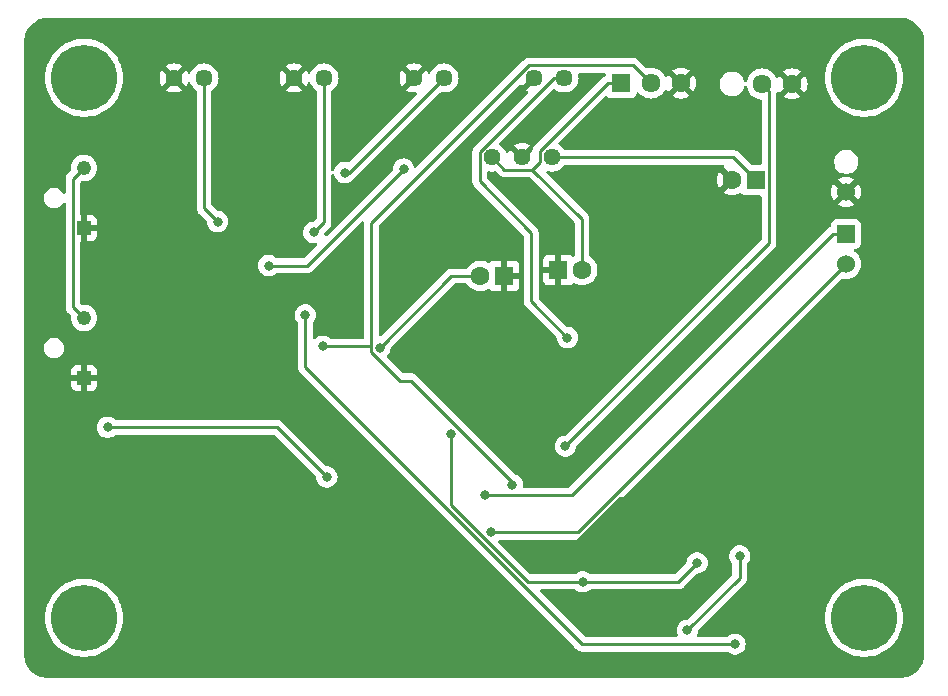
<source format=gbr>
%TF.GenerationSoftware,KiCad,Pcbnew,8.0.2*%
%TF.CreationDate,2024-06-16T16:42:43+02:00*%
%TF.ProjectId,bspdv3,62737064-7633-42e6-9b69-6361645f7063,rev?*%
%TF.SameCoordinates,Original*%
%TF.FileFunction,Copper,L2,Bot*%
%TF.FilePolarity,Positive*%
%FSLAX46Y46*%
G04 Gerber Fmt 4.6, Leading zero omitted, Abs format (unit mm)*
G04 Created by KiCad (PCBNEW 8.0.2) date 2024-06-16 16:42:43*
%MOMM*%
%LPD*%
G01*
G04 APERTURE LIST*
%TA.AperFunction,ComponentPad*%
%ADD10C,5.600000*%
%TD*%
%TA.AperFunction,ComponentPad*%
%ADD11R,1.600000X1.600000*%
%TD*%
%TA.AperFunction,ComponentPad*%
%ADD12C,1.600000*%
%TD*%
%TA.AperFunction,ComponentPad*%
%ADD13C,1.447000*%
%TD*%
%TA.AperFunction,ComponentPad*%
%ADD14C,1.440000*%
%TD*%
%TA.AperFunction,ComponentPad*%
%ADD15R,1.217000X1.217000*%
%TD*%
%TA.AperFunction,ComponentPad*%
%ADD16C,1.217000*%
%TD*%
%TA.AperFunction,ComponentPad*%
%ADD17C,1.530000*%
%TD*%
%TA.AperFunction,ComponentPad*%
%ADD18C,1.610000*%
%TD*%
%TA.AperFunction,ComponentPad*%
%ADD19R,1.610000X1.610000*%
%TD*%
%TA.AperFunction,ComponentPad*%
%ADD20R,1.530000X1.530000*%
%TD*%
%TA.AperFunction,ViaPad*%
%ADD21C,0.800000*%
%TD*%
%TA.AperFunction,Conductor*%
%ADD22C,0.250000*%
%TD*%
G04 APERTURE END LIST*
D10*
%TO.P,M4,1*%
%TO.N,N/C*%
X88900000Y-66040000D03*
%TD*%
%TO.P,M3,1*%
%TO.N,N/C*%
X22860000Y-66040000D03*
%TD*%
D11*
%TO.P,C1,1*%
%TO.N,GND*%
X58420000Y-37084000D03*
D12*
%TO.P,C1,2*%
%TO.N,Net-(CP3-IN+)*%
X56420000Y-37084000D03*
%TD*%
D13*
%TO.P,LED2,1,K*%
%TO.N,GND*%
X40640000Y-20320000D03*
%TO.P,LED2,2,A*%
%TO.N,BSPD out*%
X43180000Y-20320000D03*
%TD*%
D14*
%TO.P,U2,1,+VIN*%
%TO.N,+12V*%
X62484000Y-27024000D03*
%TO.P,U2,2,GND*%
%TO.N,GND*%
X59944000Y-27024000D03*
%TO.P,U2,3,+VOUT*%
%TO.N,+5V*%
X57404000Y-27024000D03*
%TD*%
D15*
%TO.P,RV2,1,CCW*%
%TO.N,GND*%
X22860000Y-33020000D03*
D16*
%TO.P,RV2,3,CW*%
%TO.N,+5V*%
X22860000Y-27940000D03*
%TD*%
D11*
%TO.P,C5,1*%
%TO.N,GND*%
X63024000Y-36576000D03*
D12*
%TO.P,C5,2*%
%TO.N,+5V*%
X65024000Y-36576000D03*
%TD*%
D13*
%TO.P,LED1,1,K*%
%TO.N,GND*%
X50800000Y-20320000D03*
%TO.P,LED1,2,A*%
%TO.N,Intput w{slash} 50msdelay*%
X53340000Y-20320000D03*
%TD*%
D10*
%TO.P,M1,1*%
%TO.N,N/C*%
X22860000Y-20320000D03*
%TD*%
D17*
%TO.P,J4,2,2*%
%TO.N,GND*%
X87376000Y-29972000D03*
%TD*%
D18*
%TO.P,J2,2,2*%
%TO.N,Current Sensor*%
X80264000Y-20828000D03*
%TO.P,J2,3,3*%
%TO.N,GND*%
X82804000Y-20828000D03*
%TD*%
D10*
%TO.P,M2,1*%
%TO.N,N/C*%
X88900000Y-20320000D03*
%TD*%
D13*
%TO.P,LED3,1,K*%
%TO.N,GND*%
X30480000Y-20320000D03*
%TO.P,LED3,2,A*%
%TO.N,Net-(LED3-A)*%
X33020000Y-20320000D03*
%TD*%
D11*
%TO.P,C4,1*%
%TO.N,+12V*%
X79724000Y-28956000D03*
D12*
%TO.P,C4,2*%
%TO.N,GND*%
X77724000Y-28956000D03*
%TD*%
D19*
%TO.P,J1,1,1*%
%TO.N,+5V*%
X68317000Y-20753000D03*
D18*
%TO.P,J1,2,2*%
%TO.N,BPS signal*%
X70857000Y-20753000D03*
%TO.P,J1,3,3*%
%TO.N,GND*%
X73397000Y-20753000D03*
%TD*%
D15*
%TO.P,RV1,1,CCW*%
%TO.N,GND*%
X22860000Y-45720000D03*
D16*
%TO.P,RV1,3,CW*%
%TO.N,+5V*%
X22860000Y-40640000D03*
%TD*%
D20*
%TO.P,J3,1,1*%
%TO.N,SC in*%
X87376000Y-33528000D03*
D17*
%TO.P,J3,2,2*%
%TO.N,SC out*%
X87376000Y-36068000D03*
%TD*%
D13*
%TO.P,LED4,1,K*%
%TO.N,GND*%
X60960000Y-20320000D03*
%TO.P,LED4,2,A*%
%TO.N,SCS Check*%
X63500000Y-20320000D03*
%TD*%
D21*
%TO.N,GND*%
X83820000Y-54610000D03*
X81280000Y-59690000D03*
X32004000Y-48260000D03*
X29210000Y-52070000D03*
X60960000Y-60960000D03*
X53340000Y-40640000D03*
X30480000Y-27940000D03*
X39370000Y-40640000D03*
X33020000Y-55880000D03*
X39370000Y-30480000D03*
X81280000Y-66040000D03*
X34290000Y-60960000D03*
X73660000Y-39370000D03*
X43180000Y-36830000D03*
X74930000Y-55880000D03*
%TO.N,Net-(CP3-IN+)*%
X24846700Y-49897900D03*
X47906200Y-43143100D03*
X43413900Y-54107100D03*
%TO.N,Net-(CP4-IN+)*%
X38492700Y-36201200D03*
X49917500Y-28037500D03*
%TO.N,Current Sensor*%
X63611700Y-51496600D03*
%TO.N,BPS signal*%
X43067100Y-43032800D03*
X59129100Y-54759500D03*
%TO.N,SCS Check*%
X63785500Y-42301600D03*
%TO.N,0.75V*%
X53959300Y-50451200D03*
X65074800Y-62985300D03*
X74763500Y-61375100D03*
%TO.N,Intput w{slash} 50msdelay*%
X44932400Y-28335100D03*
%TO.N,BSPD out*%
X42308600Y-33400600D03*
%TO.N,Net-(LED3-A)*%
X34167000Y-32484500D03*
%TO.N,Net-(G4-Pad4)*%
X77975300Y-68265600D03*
X41589200Y-40380100D03*
%TO.N,Net-(G7-Pad4)*%
X78376400Y-60789900D03*
X73933300Y-67097600D03*
%TO.N,SC out*%
X57277600Y-58784100D03*
%TO.N,SC in*%
X56773300Y-55645000D03*
%TD*%
D22*
%TO.N,GND*%
X60960000Y-60960000D02*
X63120396Y-60960000D01*
X63120396Y-60960000D02*
X68200396Y-55880000D01*
X82550000Y-55880000D02*
X82550000Y-58420000D01*
X68200396Y-55880000D02*
X74930000Y-55880000D01*
X82550000Y-58420000D02*
X81280000Y-59690000D01*
X74930000Y-55880000D02*
X78740000Y-55880000D01*
X78740000Y-55880000D02*
X81280000Y-55880000D01*
X82550000Y-55880000D02*
X83820000Y-54610000D01*
X78740000Y-55880000D02*
X82550000Y-55880000D01*
%TO.N,Net-(CP3-IN+)*%
X53965300Y-37084000D02*
X47906200Y-43143100D01*
X56420000Y-37084000D02*
X53965300Y-37084000D01*
X39204700Y-49897900D02*
X43413900Y-54107100D01*
X24846700Y-49897900D02*
X39204700Y-49897900D01*
%TO.N,Net-(CP4-IN+)*%
X41753800Y-36201200D02*
X38492700Y-36201200D01*
X49917500Y-28037500D02*
X41753800Y-36201200D01*
%TO.N,+12V*%
X79724000Y-28956000D02*
X77792000Y-27024000D01*
X77792000Y-27024000D02*
X62484000Y-27024000D01*
%TO.N,+5V*%
X60818600Y-28076300D02*
X65024000Y-32281700D01*
X58456300Y-28076300D02*
X57404000Y-27024000D01*
X65024000Y-32281700D02*
X65024000Y-36576000D01*
X61437300Y-27457600D02*
X60818600Y-28076300D01*
X22860000Y-40640000D02*
X21924800Y-39704800D01*
X21924800Y-28875200D02*
X22860000Y-27940000D01*
X67185300Y-20753000D02*
X61437300Y-26501000D01*
X68317000Y-20753000D02*
X67185300Y-20753000D01*
X61437300Y-26501000D02*
X61437300Y-27457600D01*
X60818600Y-28076300D02*
X58456300Y-28076300D01*
X21924800Y-39704800D02*
X21924800Y-28875200D01*
%TO.N,Current Sensor*%
X80850700Y-34257600D02*
X80850700Y-21414700D01*
X63611700Y-51496600D02*
X80850700Y-34257600D01*
X80850700Y-21414700D02*
X80264000Y-20828000D01*
%TO.N,BPS signal*%
X59129100Y-54517200D02*
X59129100Y-54759500D01*
X47179400Y-43032800D02*
X47179400Y-43487000D01*
X50550500Y-45938600D02*
X59129100Y-54517200D01*
X69349800Y-19245800D02*
X60516300Y-19245800D01*
X49631000Y-45938600D02*
X50550500Y-45938600D01*
X70857000Y-20753000D02*
X69349800Y-19245800D01*
X60516300Y-19245800D02*
X47179400Y-32582700D01*
X47179400Y-43487000D02*
X49631000Y-45938600D01*
X47179400Y-43032800D02*
X43067100Y-43032800D01*
X47179400Y-32582700D02*
X47179400Y-43032800D01*
%TO.N,SCS Check*%
X56353100Y-26582600D02*
X56353100Y-29050500D01*
X60722000Y-33419400D02*
X60722000Y-39238100D01*
X63500000Y-20320000D02*
X62615700Y-20320000D01*
X62615700Y-20320000D02*
X56353100Y-26582600D01*
X56353100Y-29050500D02*
X60722000Y-33419400D01*
X60722000Y-39238100D02*
X63785500Y-42301600D01*
%TO.N,0.75V*%
X65074800Y-62985300D02*
X60425200Y-62985300D01*
X53959300Y-56519400D02*
X53959300Y-50451200D01*
X73153300Y-62985300D02*
X65074800Y-62985300D01*
X74763500Y-61375100D02*
X73153300Y-62985300D01*
X60425200Y-62985300D02*
X53959300Y-56519400D01*
%TO.N,Intput w{slash} 50msdelay*%
X53340000Y-20320000D02*
X45324900Y-28335100D01*
X45324900Y-28335100D02*
X44932400Y-28335100D01*
%TO.N,BSPD out*%
X43180000Y-20320000D02*
X43180000Y-32529200D01*
X43180000Y-32529200D02*
X42308600Y-33400600D01*
%TO.N,Net-(LED3-A)*%
X33020000Y-20320000D02*
X33020000Y-31337500D01*
X33020000Y-31337500D02*
X34167000Y-32484500D01*
%TO.N,Net-(G4-Pad4)*%
X41589200Y-44813400D02*
X65041400Y-68265600D01*
X65041400Y-68265600D02*
X77975300Y-68265600D01*
X41589200Y-40380100D02*
X41589200Y-44813400D01*
%TO.N,Net-(G7-Pad4)*%
X78376400Y-62654500D02*
X73933300Y-67097600D01*
X78376400Y-60789900D02*
X78376400Y-62654500D01*
%TO.N,SC out*%
X87376000Y-36068000D02*
X64659900Y-58784100D01*
X64659900Y-58784100D02*
X57277600Y-58784100D01*
%TO.N,SC in*%
X87376000Y-33528000D02*
X86284300Y-33528000D01*
X64167300Y-55645000D02*
X56773300Y-55645000D01*
X86284300Y-33528000D02*
X64167300Y-55645000D01*
%TD*%
%TA.AperFunction,Conductor*%
%TO.N,GND*%
G36*
X66954539Y-19890985D02*
G01*
X67000294Y-19943789D01*
X67011500Y-19995300D01*
X67011500Y-20065099D01*
X66991815Y-20132138D01*
X66939011Y-20177893D01*
X66934953Y-20179660D01*
X66889011Y-20198689D01*
X66786567Y-20267141D01*
X66786563Y-20267144D01*
X61038569Y-26015140D01*
X60951444Y-26102264D01*
X60951438Y-26102272D01*
X60882990Y-26204708D01*
X60882988Y-26204713D01*
X60855879Y-26270162D01*
X60855879Y-26270163D01*
X60835838Y-26318545D01*
X60835835Y-26318555D01*
X60811800Y-26439389D01*
X60811800Y-26458391D01*
X60792115Y-26525430D01*
X60775481Y-26546072D01*
X60402468Y-26919084D01*
X60381971Y-26842587D01*
X60320094Y-26735413D01*
X60232587Y-26647906D01*
X60125413Y-26586029D01*
X60048914Y-26565531D01*
X60612030Y-26002415D01*
X60556329Y-25963413D01*
X60362859Y-25873197D01*
X60362853Y-25873194D01*
X60156662Y-25817945D01*
X60156654Y-25817944D01*
X59944002Y-25799340D01*
X59943998Y-25799340D01*
X59731345Y-25817944D01*
X59731337Y-25817945D01*
X59525146Y-25873194D01*
X59525140Y-25873197D01*
X59331671Y-25963412D01*
X59331669Y-25963413D01*
X59275969Y-26002415D01*
X59275968Y-26002415D01*
X59839085Y-26565531D01*
X59762587Y-26586029D01*
X59655413Y-26647906D01*
X59567906Y-26735413D01*
X59506029Y-26842587D01*
X59485531Y-26919084D01*
X58922415Y-26355968D01*
X58922415Y-26355969D01*
X58883413Y-26411669D01*
X58883412Y-26411671D01*
X58793197Y-26605140D01*
X58791342Y-26610236D01*
X58789445Y-26609545D01*
X58757656Y-26661684D01*
X58694805Y-26692205D01*
X58625431Y-26683901D01*
X58571559Y-26639408D01*
X58558012Y-26609742D01*
X58557130Y-26610064D01*
X58555279Y-26604983D01*
X58555276Y-26604970D01*
X58465021Y-26411419D01*
X58342529Y-26236481D01*
X58342527Y-26236478D01*
X58191521Y-26085472D01*
X58091075Y-26015140D01*
X58043953Y-25982145D01*
X58000330Y-25927571D01*
X57993136Y-25858073D01*
X58024658Y-25795718D01*
X58027365Y-25792923D01*
X62547748Y-21272540D01*
X62609069Y-21239057D01*
X62678761Y-21244041D01*
X62706551Y-21258648D01*
X62710220Y-21261217D01*
X62710223Y-21261220D01*
X62885662Y-21384064D01*
X63079768Y-21474577D01*
X63079774Y-21474578D01*
X63079775Y-21474579D01*
X63107702Y-21482062D01*
X63286643Y-21530009D01*
X63439040Y-21543341D01*
X63499998Y-21548675D01*
X63500000Y-21548675D01*
X63500002Y-21548675D01*
X63553339Y-21544008D01*
X63713357Y-21530009D01*
X63920232Y-21474577D01*
X64114338Y-21384064D01*
X64289777Y-21261220D01*
X64441220Y-21109777D01*
X64564064Y-20934338D01*
X64654577Y-20740232D01*
X64710009Y-20533357D01*
X64727144Y-20337500D01*
X64728675Y-20320002D01*
X64728675Y-20319997D01*
X64719751Y-20218000D01*
X64710009Y-20106643D01*
X64688774Y-20027392D01*
X64690437Y-19957544D01*
X64729600Y-19899681D01*
X64793828Y-19872177D01*
X64808549Y-19871300D01*
X66887500Y-19871300D01*
X66954539Y-19890985D01*
G37*
%TD.AperFunction*%
%TA.AperFunction,Conductor*%
G36*
X91981121Y-15240020D02*
G01*
X92115109Y-15242409D01*
X92130528Y-15243650D01*
X92396897Y-15281948D01*
X92414184Y-15285708D01*
X92671313Y-15361209D01*
X92687887Y-15367391D01*
X92797159Y-15417293D01*
X92931659Y-15478717D01*
X92947173Y-15487188D01*
X93172628Y-15632080D01*
X93186787Y-15642679D01*
X93389317Y-15818172D01*
X93401827Y-15830682D01*
X93577320Y-16033212D01*
X93587921Y-16047374D01*
X93732808Y-16272821D01*
X93741284Y-16288345D01*
X93852608Y-16532112D01*
X93858791Y-16548688D01*
X93934290Y-16805814D01*
X93938051Y-16823102D01*
X93976348Y-17089463D01*
X93977590Y-17104898D01*
X93979980Y-17238877D01*
X93980000Y-17241089D01*
X93980000Y-69118910D01*
X93979980Y-69121122D01*
X93977590Y-69255101D01*
X93976348Y-69270536D01*
X93938051Y-69536897D01*
X93934290Y-69554185D01*
X93858791Y-69811311D01*
X93852608Y-69827887D01*
X93741284Y-70071654D01*
X93732805Y-70087183D01*
X93587922Y-70312624D01*
X93577320Y-70326787D01*
X93401827Y-70529317D01*
X93389317Y-70541827D01*
X93186787Y-70717320D01*
X93172624Y-70727922D01*
X92947183Y-70872805D01*
X92931654Y-70881284D01*
X92687887Y-70992608D01*
X92671311Y-70998791D01*
X92414185Y-71074290D01*
X92396897Y-71078051D01*
X92130536Y-71116348D01*
X92115101Y-71117590D01*
X91984818Y-71119914D01*
X91981120Y-71119980D01*
X91978910Y-71120000D01*
X19781090Y-71120000D01*
X19778879Y-71119980D01*
X19775015Y-71119911D01*
X19644898Y-71117590D01*
X19629463Y-71116348D01*
X19363102Y-71078051D01*
X19345814Y-71074290D01*
X19088688Y-70998791D01*
X19072112Y-70992608D01*
X18828345Y-70881284D01*
X18812821Y-70872808D01*
X18587374Y-70727921D01*
X18573212Y-70717320D01*
X18370682Y-70541827D01*
X18358172Y-70529317D01*
X18182679Y-70326787D01*
X18172077Y-70312624D01*
X18027188Y-70087173D01*
X18018715Y-70071654D01*
X17907391Y-69827887D01*
X17901208Y-69811311D01*
X17825709Y-69554185D01*
X17821948Y-69536897D01*
X17783650Y-69270528D01*
X17782409Y-69255109D01*
X17780020Y-69121121D01*
X17780000Y-69118910D01*
X17780000Y-66040000D01*
X19554652Y-66040000D01*
X19565303Y-66236456D01*
X19574028Y-66397368D01*
X19574029Y-66397385D01*
X19631926Y-66750539D01*
X19631932Y-66750565D01*
X19727672Y-67095392D01*
X19727674Y-67095399D01*
X19860142Y-67427870D01*
X19860151Y-67427888D01*
X20027784Y-67744077D01*
X20027787Y-67744082D01*
X20027789Y-67744085D01*
X20131681Y-67897315D01*
X20228634Y-68040309D01*
X20228641Y-68040319D01*
X20419997Y-68265600D01*
X20460332Y-68313086D01*
X20720163Y-68559211D01*
X21005081Y-68775800D01*
X21311747Y-68960315D01*
X21311749Y-68960316D01*
X21311751Y-68960317D01*
X21311755Y-68960319D01*
X21505054Y-69049748D01*
X21636565Y-69110591D01*
X21975726Y-69224868D01*
X22325254Y-69301805D01*
X22681052Y-69340500D01*
X22681058Y-69340500D01*
X23038942Y-69340500D01*
X23038948Y-69340500D01*
X23394746Y-69301805D01*
X23744274Y-69224868D01*
X24083435Y-69110591D01*
X24408253Y-68960315D01*
X24714919Y-68775800D01*
X24999837Y-68559211D01*
X25259668Y-68313086D01*
X25491365Y-68040311D01*
X25692211Y-67744085D01*
X25859853Y-67427880D01*
X25992324Y-67095403D01*
X26088071Y-66750552D01*
X26145972Y-66397371D01*
X26165348Y-66040000D01*
X26145972Y-65682629D01*
X26088071Y-65329448D01*
X25992324Y-64984597D01*
X25859853Y-64652120D01*
X25692211Y-64335915D01*
X25491365Y-64039689D01*
X25491361Y-64039684D01*
X25491358Y-64039680D01*
X25259668Y-63766914D01*
X25253591Y-63761158D01*
X24999837Y-63520789D01*
X24999830Y-63520783D01*
X24999827Y-63520781D01*
X24932245Y-63469407D01*
X24714919Y-63304200D01*
X24408253Y-63119685D01*
X24408252Y-63119684D01*
X24408248Y-63119682D01*
X24408244Y-63119680D01*
X24083447Y-62969414D01*
X24083441Y-62969411D01*
X24083435Y-62969409D01*
X23913854Y-62912270D01*
X23744273Y-62855131D01*
X23394744Y-62778194D01*
X23038949Y-62739500D01*
X23038948Y-62739500D01*
X22681052Y-62739500D01*
X22681050Y-62739500D01*
X22325255Y-62778194D01*
X21975726Y-62855131D01*
X21719970Y-62941306D01*
X21636565Y-62969409D01*
X21636563Y-62969410D01*
X21636552Y-62969414D01*
X21311755Y-63119680D01*
X21311751Y-63119682D01*
X21083367Y-63257096D01*
X21005081Y-63304200D01*
X20916768Y-63371333D01*
X20720172Y-63520781D01*
X20720163Y-63520789D01*
X20460331Y-63766914D01*
X20228641Y-64039680D01*
X20228634Y-64039690D01*
X20027790Y-64335913D01*
X20027784Y-64335922D01*
X19860151Y-64652111D01*
X19860142Y-64652129D01*
X19727674Y-64984600D01*
X19727672Y-64984607D01*
X19631932Y-65329434D01*
X19631926Y-65329460D01*
X19574029Y-65682614D01*
X19574028Y-65682627D01*
X19574028Y-65682629D01*
X19554652Y-66040000D01*
X17780000Y-66040000D01*
X17780000Y-49897900D01*
X23941240Y-49897900D01*
X23961026Y-50086156D01*
X23961027Y-50086159D01*
X24019518Y-50266177D01*
X24019521Y-50266184D01*
X24114167Y-50430116D01*
X24215885Y-50543085D01*
X24240829Y-50570788D01*
X24393965Y-50682048D01*
X24393970Y-50682051D01*
X24566892Y-50759042D01*
X24566897Y-50759044D01*
X24752054Y-50798400D01*
X24752055Y-50798400D01*
X24941344Y-50798400D01*
X24941346Y-50798400D01*
X25126503Y-50759044D01*
X25299430Y-50682051D01*
X25452571Y-50570788D01*
X25455488Y-50567547D01*
X25458300Y-50564426D01*
X25517787Y-50527779D01*
X25550448Y-50523400D01*
X38894248Y-50523400D01*
X38961287Y-50543085D01*
X38981929Y-50559719D01*
X42474938Y-54052729D01*
X42508423Y-54114052D01*
X42510578Y-54127448D01*
X42518868Y-54206327D01*
X42528226Y-54295356D01*
X42528227Y-54295359D01*
X42586718Y-54475377D01*
X42586721Y-54475384D01*
X42681367Y-54639316D01*
X42808029Y-54779988D01*
X42961165Y-54891248D01*
X42961170Y-54891251D01*
X43134092Y-54968242D01*
X43134097Y-54968244D01*
X43319254Y-55007600D01*
X43319255Y-55007600D01*
X43508544Y-55007600D01*
X43508546Y-55007600D01*
X43693703Y-54968244D01*
X43866630Y-54891251D01*
X44019771Y-54779988D01*
X44146433Y-54639316D01*
X44241079Y-54475384D01*
X44299574Y-54295356D01*
X44319360Y-54107100D01*
X44299574Y-53918844D01*
X44241079Y-53738816D01*
X44146433Y-53574884D01*
X44019771Y-53434212D01*
X44019770Y-53434211D01*
X43866634Y-53322951D01*
X43866629Y-53322948D01*
X43693707Y-53245957D01*
X43693702Y-53245955D01*
X43547901Y-53214965D01*
X43508546Y-53206600D01*
X43508545Y-53206600D01*
X43449353Y-53206600D01*
X43382314Y-53186915D01*
X43361672Y-53170281D01*
X39697628Y-49506238D01*
X39697625Y-49506234D01*
X39697625Y-49506235D01*
X39690558Y-49499168D01*
X39690558Y-49499167D01*
X39603433Y-49412042D01*
X39603432Y-49412041D01*
X39603431Y-49412040D01*
X39552209Y-49377815D01*
X39500986Y-49343588D01*
X39500983Y-49343586D01*
X39500980Y-49343585D01*
X39420492Y-49310247D01*
X39387153Y-49296437D01*
X39377127Y-49294443D01*
X39326729Y-49284418D01*
X39266310Y-49272400D01*
X39266307Y-49272400D01*
X39266306Y-49272400D01*
X25550448Y-49272400D01*
X25483409Y-49252715D01*
X25458300Y-49231374D01*
X25452573Y-49225014D01*
X25452569Y-49225010D01*
X25299434Y-49113751D01*
X25299429Y-49113748D01*
X25126507Y-49036757D01*
X25126502Y-49036755D01*
X24980701Y-49005765D01*
X24941346Y-48997400D01*
X24752054Y-48997400D01*
X24719597Y-49004298D01*
X24566897Y-49036755D01*
X24566892Y-49036757D01*
X24393970Y-49113748D01*
X24393965Y-49113751D01*
X24240829Y-49225011D01*
X24114166Y-49365685D01*
X24019521Y-49529615D01*
X24019518Y-49529622D01*
X23961027Y-49709640D01*
X23961026Y-49709644D01*
X23941240Y-49897900D01*
X17780000Y-49897900D01*
X17780000Y-45063655D01*
X21751500Y-45063655D01*
X21751500Y-45470000D01*
X22607955Y-45470000D01*
X22575930Y-45502025D01*
X22529193Y-45582975D01*
X22505000Y-45673263D01*
X22505000Y-45766737D01*
X22529193Y-45857025D01*
X22575930Y-45937975D01*
X22607955Y-45970000D01*
X21751500Y-45970000D01*
X21751500Y-46376344D01*
X21757901Y-46435872D01*
X21757903Y-46435879D01*
X21808145Y-46570586D01*
X21808149Y-46570593D01*
X21894309Y-46685687D01*
X21894312Y-46685690D01*
X22009406Y-46771850D01*
X22009413Y-46771854D01*
X22144120Y-46822096D01*
X22144127Y-46822098D01*
X22203655Y-46828499D01*
X22203672Y-46828500D01*
X22610000Y-46828500D01*
X22610000Y-45972045D01*
X22642025Y-46004070D01*
X22722975Y-46050807D01*
X22813263Y-46075000D01*
X22906737Y-46075000D01*
X22997025Y-46050807D01*
X23077975Y-46004070D01*
X23110000Y-45972045D01*
X23110000Y-46828500D01*
X23516328Y-46828500D01*
X23516344Y-46828499D01*
X23575872Y-46822098D01*
X23575879Y-46822096D01*
X23710586Y-46771854D01*
X23710593Y-46771850D01*
X23825687Y-46685690D01*
X23825690Y-46685687D01*
X23911850Y-46570593D01*
X23911854Y-46570586D01*
X23962096Y-46435879D01*
X23962098Y-46435872D01*
X23968499Y-46376344D01*
X23968500Y-46376327D01*
X23968500Y-45970000D01*
X23112045Y-45970000D01*
X23144070Y-45937975D01*
X23190807Y-45857025D01*
X23215000Y-45766737D01*
X23215000Y-45673263D01*
X23190807Y-45582975D01*
X23144070Y-45502025D01*
X23112045Y-45470000D01*
X23968500Y-45470000D01*
X23968500Y-45063672D01*
X23968499Y-45063655D01*
X23962098Y-45004127D01*
X23962096Y-45004120D01*
X23911854Y-44869413D01*
X23911850Y-44869406D01*
X23825690Y-44754312D01*
X23825687Y-44754309D01*
X23710593Y-44668149D01*
X23710586Y-44668145D01*
X23575879Y-44617903D01*
X23575872Y-44617901D01*
X23516344Y-44611500D01*
X23110000Y-44611500D01*
X23110000Y-45467955D01*
X23077975Y-45435930D01*
X22997025Y-45389193D01*
X22906737Y-45365000D01*
X22813263Y-45365000D01*
X22722975Y-45389193D01*
X22642025Y-45435930D01*
X22610000Y-45467955D01*
X22610000Y-44611500D01*
X22203655Y-44611500D01*
X22144127Y-44617901D01*
X22144120Y-44617903D01*
X22009413Y-44668145D01*
X22009406Y-44668149D01*
X21894312Y-44754309D01*
X21894309Y-44754312D01*
X21808149Y-44869406D01*
X21808145Y-44869413D01*
X21757903Y-45004120D01*
X21757901Y-45004127D01*
X21751500Y-45063655D01*
X17780000Y-45063655D01*
X17780000Y-43264261D01*
X19464499Y-43264261D01*
X19497375Y-43429534D01*
X19497378Y-43429544D01*
X19561862Y-43585224D01*
X19561869Y-43585237D01*
X19655489Y-43725348D01*
X19655492Y-43725352D01*
X19774647Y-43844507D01*
X19774651Y-43844510D01*
X19914762Y-43938130D01*
X19914775Y-43938137D01*
X20009078Y-43977198D01*
X20070460Y-44002623D01*
X20070464Y-44002623D01*
X20070465Y-44002624D01*
X20235738Y-44035500D01*
X20235741Y-44035500D01*
X20404261Y-44035500D01*
X20515453Y-44013381D01*
X20569540Y-44002623D01*
X20725231Y-43938134D01*
X20865349Y-43844510D01*
X20984510Y-43725349D01*
X21078134Y-43585231D01*
X21142623Y-43429540D01*
X21162153Y-43331359D01*
X21175500Y-43264261D01*
X21175500Y-43095738D01*
X21142624Y-42930465D01*
X21142623Y-42930464D01*
X21142623Y-42930460D01*
X21102591Y-42833814D01*
X21078137Y-42774775D01*
X21078130Y-42774762D01*
X20984510Y-42634651D01*
X20984507Y-42634647D01*
X20865352Y-42515492D01*
X20865348Y-42515489D01*
X20725237Y-42421869D01*
X20725224Y-42421862D01*
X20569544Y-42357378D01*
X20569534Y-42357375D01*
X20404261Y-42324500D01*
X20404259Y-42324500D01*
X20235741Y-42324500D01*
X20235739Y-42324500D01*
X20070465Y-42357375D01*
X20070455Y-42357378D01*
X19914775Y-42421862D01*
X19914762Y-42421869D01*
X19774651Y-42515489D01*
X19774647Y-42515492D01*
X19655492Y-42634647D01*
X19655489Y-42634651D01*
X19561869Y-42774762D01*
X19561862Y-42774775D01*
X19497378Y-42930455D01*
X19497375Y-42930465D01*
X19464500Y-43095738D01*
X19464500Y-43095741D01*
X19464500Y-43264259D01*
X19464500Y-43264261D01*
X19464499Y-43264261D01*
X17780000Y-43264261D01*
X17780000Y-30564261D01*
X19464499Y-30564261D01*
X19497375Y-30729534D01*
X19497378Y-30729544D01*
X19561862Y-30885224D01*
X19561869Y-30885237D01*
X19655489Y-31025348D01*
X19655492Y-31025352D01*
X19774647Y-31144507D01*
X19774651Y-31144510D01*
X19914762Y-31238130D01*
X19914775Y-31238137D01*
X20070455Y-31302621D01*
X20070460Y-31302623D01*
X20070464Y-31302623D01*
X20070465Y-31302624D01*
X20235738Y-31335500D01*
X20235741Y-31335500D01*
X20404261Y-31335500D01*
X20515453Y-31313381D01*
X20569540Y-31302623D01*
X20725231Y-31238134D01*
X20865349Y-31144510D01*
X20984510Y-31025349D01*
X21072198Y-30894115D01*
X21125810Y-30849310D01*
X21195135Y-30840603D01*
X21258162Y-30870757D01*
X21294882Y-30930200D01*
X21299300Y-30963006D01*
X21299300Y-39643193D01*
X21299300Y-39766407D01*
X21299300Y-39766409D01*
X21299299Y-39766409D01*
X21305855Y-39799363D01*
X21305855Y-39799365D01*
X21323335Y-39887244D01*
X21323337Y-39887252D01*
X21324338Y-39889668D01*
X21333659Y-39912172D01*
X21370485Y-40001080D01*
X21370492Y-40001092D01*
X21404616Y-40052163D01*
X21404622Y-40052170D01*
X21438940Y-40103531D01*
X21438941Y-40103532D01*
X21438942Y-40103533D01*
X21526067Y-40190658D01*
X21526068Y-40190658D01*
X21533135Y-40197725D01*
X21533134Y-40197725D01*
X21533138Y-40197728D01*
X21724522Y-40389112D01*
X21758007Y-40450435D01*
X21760312Y-40488234D01*
X21746249Y-40639999D01*
X21746249Y-40640000D01*
X21765212Y-40844646D01*
X21765212Y-40844648D01*
X21765213Y-40844651D01*
X21808223Y-40995815D01*
X21821459Y-41042336D01*
X21913070Y-41226314D01*
X22036929Y-41390331D01*
X22167592Y-41509444D01*
X22188815Y-41528792D01*
X22363558Y-41636989D01*
X22555208Y-41711234D01*
X22757236Y-41749000D01*
X22757238Y-41749000D01*
X22962762Y-41749000D01*
X22962764Y-41749000D01*
X23164792Y-41711234D01*
X23356442Y-41636989D01*
X23531185Y-41528792D01*
X23683072Y-41390329D01*
X23806930Y-41226314D01*
X23898542Y-41042333D01*
X23954787Y-40844651D01*
X23973751Y-40640000D01*
X23954787Y-40435349D01*
X23898542Y-40237667D01*
X23806930Y-40053686D01*
X23683072Y-39889671D01*
X23683070Y-39889668D01*
X23531186Y-39751209D01*
X23531185Y-39751208D01*
X23356442Y-39643011D01*
X23356441Y-39643010D01*
X23164797Y-39568768D01*
X23164792Y-39568766D01*
X22962764Y-39531000D01*
X22757236Y-39531000D01*
X22757235Y-39531000D01*
X22718995Y-39538148D01*
X22649480Y-39531116D01*
X22608529Y-39503938D01*
X22586617Y-39482025D01*
X22553133Y-39420701D01*
X22550300Y-39394346D01*
X22550300Y-36201200D01*
X37587240Y-36201200D01*
X37607026Y-36389456D01*
X37607027Y-36389459D01*
X37665518Y-36569477D01*
X37665521Y-36569484D01*
X37760167Y-36733416D01*
X37854690Y-36838394D01*
X37886829Y-36874088D01*
X38039965Y-36985348D01*
X38039970Y-36985351D01*
X38212892Y-37062342D01*
X38212897Y-37062344D01*
X38398054Y-37101700D01*
X38398055Y-37101700D01*
X38587344Y-37101700D01*
X38587346Y-37101700D01*
X38772503Y-37062344D01*
X38945430Y-36985351D01*
X39098571Y-36874088D01*
X39101488Y-36870847D01*
X39104300Y-36867726D01*
X39163787Y-36831079D01*
X39196448Y-36826700D01*
X41815407Y-36826700D01*
X41875829Y-36814681D01*
X41936252Y-36802663D01*
X41986296Y-36781934D01*
X42050086Y-36755512D01*
X42114971Y-36712156D01*
X42152533Y-36687058D01*
X42239658Y-36599933D01*
X42239659Y-36599931D01*
X42246725Y-36592865D01*
X42246727Y-36592861D01*
X46342220Y-32497369D01*
X46403542Y-32463885D01*
X46473234Y-32468869D01*
X46529167Y-32510741D01*
X46553584Y-32576205D01*
X46553900Y-32585051D01*
X46553900Y-42283300D01*
X46534215Y-42350339D01*
X46481411Y-42396094D01*
X46429900Y-42407300D01*
X43770848Y-42407300D01*
X43703809Y-42387615D01*
X43678700Y-42366274D01*
X43672973Y-42359914D01*
X43672969Y-42359910D01*
X43519834Y-42248651D01*
X43519829Y-42248648D01*
X43346907Y-42171657D01*
X43346902Y-42171655D01*
X43173305Y-42134757D01*
X43161746Y-42132300D01*
X42972454Y-42132300D01*
X42960895Y-42134757D01*
X42787297Y-42171655D01*
X42787292Y-42171657D01*
X42614370Y-42248648D01*
X42614365Y-42248651D01*
X42461232Y-42359909D01*
X42461229Y-42359911D01*
X42461229Y-42359912D01*
X42430848Y-42393652D01*
X42371363Y-42430300D01*
X42301506Y-42428969D01*
X42243458Y-42390082D01*
X42215648Y-42325986D01*
X42214700Y-42310679D01*
X42214700Y-41078787D01*
X42234385Y-41011748D01*
X42246550Y-40995815D01*
X42265091Y-40975222D01*
X42321733Y-40912316D01*
X42416379Y-40748384D01*
X42474874Y-40568356D01*
X42494660Y-40380100D01*
X42474874Y-40191844D01*
X42416379Y-40011816D01*
X42321733Y-39847884D01*
X42195071Y-39707212D01*
X42195070Y-39707211D01*
X42041934Y-39595951D01*
X42041929Y-39595948D01*
X41869007Y-39518957D01*
X41869002Y-39518955D01*
X41723201Y-39487965D01*
X41683846Y-39479600D01*
X41494554Y-39479600D01*
X41462097Y-39486498D01*
X41309397Y-39518955D01*
X41309392Y-39518957D01*
X41136470Y-39595948D01*
X41136465Y-39595951D01*
X40983329Y-39707211D01*
X40856666Y-39847885D01*
X40762021Y-40011815D01*
X40762018Y-40011822D01*
X40703911Y-40190658D01*
X40703526Y-40191844D01*
X40683740Y-40380100D01*
X40703526Y-40568356D01*
X40703527Y-40568359D01*
X40762018Y-40748377D01*
X40762021Y-40748384D01*
X40856667Y-40912316D01*
X40899972Y-40960410D01*
X40931850Y-40995815D01*
X40962080Y-41058806D01*
X40963700Y-41078787D01*
X40963700Y-44875011D01*
X40987735Y-44995844D01*
X40987740Y-44995861D01*
X41034885Y-45109680D01*
X41034890Y-45109689D01*
X41069114Y-45160907D01*
X41069115Y-45160909D01*
X41103341Y-45212133D01*
X41194786Y-45303578D01*
X41194808Y-45303598D01*
X64552416Y-68661206D01*
X64552445Y-68661237D01*
X64642663Y-68751455D01*
X64642667Y-68751458D01*
X64745107Y-68819907D01*
X64745113Y-68819910D01*
X64745114Y-68819911D01*
X64858948Y-68867063D01*
X64919371Y-68879081D01*
X64979793Y-68891100D01*
X64979794Y-68891100D01*
X77271552Y-68891100D01*
X77338591Y-68910785D01*
X77363700Y-68932126D01*
X77369426Y-68938485D01*
X77369430Y-68938489D01*
X77522565Y-69049748D01*
X77522570Y-69049751D01*
X77695492Y-69126742D01*
X77695497Y-69126744D01*
X77880654Y-69166100D01*
X77880655Y-69166100D01*
X78069944Y-69166100D01*
X78069946Y-69166100D01*
X78255103Y-69126744D01*
X78428030Y-69049751D01*
X78581171Y-68938488D01*
X78707833Y-68797816D01*
X78802479Y-68633884D01*
X78860974Y-68453856D01*
X78880760Y-68265600D01*
X78860974Y-68077344D01*
X78802479Y-67897316D01*
X78707833Y-67733384D01*
X78581171Y-67592712D01*
X78581170Y-67592711D01*
X78428034Y-67481451D01*
X78428029Y-67481448D01*
X78255107Y-67404457D01*
X78255102Y-67404455D01*
X78109301Y-67373465D01*
X78069946Y-67365100D01*
X77880654Y-67365100D01*
X77848197Y-67371998D01*
X77695497Y-67404455D01*
X77695492Y-67404457D01*
X77522570Y-67481448D01*
X77522565Y-67481451D01*
X77369430Y-67592710D01*
X77369426Y-67592714D01*
X77363700Y-67599074D01*
X77304213Y-67635721D01*
X77271552Y-67640100D01*
X74873856Y-67640100D01*
X74806817Y-67620415D01*
X74761062Y-67567611D01*
X74751118Y-67498453D01*
X74758709Y-67472142D01*
X74758471Y-67472065D01*
X74780438Y-67404456D01*
X74818974Y-67285856D01*
X74836621Y-67117945D01*
X74863205Y-67053332D01*
X74872252Y-67043236D01*
X75875488Y-66040000D01*
X85594652Y-66040000D01*
X85605303Y-66236456D01*
X85614028Y-66397368D01*
X85614029Y-66397385D01*
X85671926Y-66750539D01*
X85671932Y-66750565D01*
X85767672Y-67095392D01*
X85767674Y-67095399D01*
X85900142Y-67427870D01*
X85900151Y-67427888D01*
X86067784Y-67744077D01*
X86067787Y-67744082D01*
X86067789Y-67744085D01*
X86171681Y-67897315D01*
X86268634Y-68040309D01*
X86268641Y-68040319D01*
X86459997Y-68265600D01*
X86500332Y-68313086D01*
X86760163Y-68559211D01*
X87045081Y-68775800D01*
X87351747Y-68960315D01*
X87351749Y-68960316D01*
X87351751Y-68960317D01*
X87351755Y-68960319D01*
X87545054Y-69049748D01*
X87676565Y-69110591D01*
X88015726Y-69224868D01*
X88365254Y-69301805D01*
X88721052Y-69340500D01*
X88721058Y-69340500D01*
X89078942Y-69340500D01*
X89078948Y-69340500D01*
X89434746Y-69301805D01*
X89784274Y-69224868D01*
X90123435Y-69110591D01*
X90448253Y-68960315D01*
X90754919Y-68775800D01*
X91039837Y-68559211D01*
X91299668Y-68313086D01*
X91531365Y-68040311D01*
X91732211Y-67744085D01*
X91899853Y-67427880D01*
X92032324Y-67095403D01*
X92128071Y-66750552D01*
X92185972Y-66397371D01*
X92205348Y-66040000D01*
X92185972Y-65682629D01*
X92128071Y-65329448D01*
X92032324Y-64984597D01*
X91899853Y-64652120D01*
X91732211Y-64335915D01*
X91531365Y-64039689D01*
X91531361Y-64039684D01*
X91531358Y-64039680D01*
X91299668Y-63766914D01*
X91293591Y-63761158D01*
X91039837Y-63520789D01*
X91039830Y-63520783D01*
X91039827Y-63520781D01*
X90972245Y-63469407D01*
X90754919Y-63304200D01*
X90448253Y-63119685D01*
X90448252Y-63119684D01*
X90448248Y-63119682D01*
X90448244Y-63119680D01*
X90123447Y-62969414D01*
X90123441Y-62969411D01*
X90123435Y-62969409D01*
X89953854Y-62912270D01*
X89784273Y-62855131D01*
X89434744Y-62778194D01*
X89078949Y-62739500D01*
X89078948Y-62739500D01*
X88721052Y-62739500D01*
X88721050Y-62739500D01*
X88365255Y-62778194D01*
X88015726Y-62855131D01*
X87759970Y-62941306D01*
X87676565Y-62969409D01*
X87676563Y-62969410D01*
X87676552Y-62969414D01*
X87351755Y-63119680D01*
X87351751Y-63119682D01*
X87123367Y-63257096D01*
X87045081Y-63304200D01*
X86956768Y-63371333D01*
X86760172Y-63520781D01*
X86760163Y-63520789D01*
X86500331Y-63766914D01*
X86268641Y-64039680D01*
X86268634Y-64039690D01*
X86067790Y-64335913D01*
X86067784Y-64335922D01*
X85900151Y-64652111D01*
X85900142Y-64652129D01*
X85767674Y-64984600D01*
X85767672Y-64984607D01*
X85671932Y-65329434D01*
X85671926Y-65329460D01*
X85614029Y-65682614D01*
X85614028Y-65682627D01*
X85614028Y-65682629D01*
X85594652Y-66040000D01*
X75875488Y-66040000D01*
X78775129Y-63140360D01*
X78775133Y-63140358D01*
X78862258Y-63053233D01*
X78930711Y-62950786D01*
X78977863Y-62836952D01*
X79001900Y-62716106D01*
X79001900Y-61488587D01*
X79021585Y-61421548D01*
X79033750Y-61405615D01*
X79052291Y-61385022D01*
X79108933Y-61322116D01*
X79203579Y-61158184D01*
X79262074Y-60978156D01*
X79281860Y-60789900D01*
X79262074Y-60601644D01*
X79203579Y-60421616D01*
X79108933Y-60257684D01*
X78982271Y-60117012D01*
X78982270Y-60117011D01*
X78829134Y-60005751D01*
X78829129Y-60005748D01*
X78656207Y-59928757D01*
X78656202Y-59928755D01*
X78510401Y-59897765D01*
X78471046Y-59889400D01*
X78281754Y-59889400D01*
X78249297Y-59896298D01*
X78096597Y-59928755D01*
X78096592Y-59928757D01*
X77923670Y-60005748D01*
X77923665Y-60005751D01*
X77770529Y-60117011D01*
X77643866Y-60257685D01*
X77549221Y-60421615D01*
X77549218Y-60421622D01*
X77519217Y-60513957D01*
X77490726Y-60601644D01*
X77470940Y-60789900D01*
X77490726Y-60978156D01*
X77490727Y-60978159D01*
X77549218Y-61158177D01*
X77549221Y-61158184D01*
X77643867Y-61322116D01*
X77673251Y-61354750D01*
X77719050Y-61405615D01*
X77749280Y-61468606D01*
X77750900Y-61488587D01*
X77750900Y-62344048D01*
X77731215Y-62411087D01*
X77714581Y-62431729D01*
X73985529Y-66160781D01*
X73924206Y-66194266D01*
X73897848Y-66197100D01*
X73838654Y-66197100D01*
X73806197Y-66203998D01*
X73653497Y-66236455D01*
X73653492Y-66236457D01*
X73480570Y-66313448D01*
X73480565Y-66313451D01*
X73327429Y-66424711D01*
X73200766Y-66565385D01*
X73106121Y-66729315D01*
X73106118Y-66729322D01*
X73047627Y-66909340D01*
X73047626Y-66909344D01*
X73027840Y-67097600D01*
X73047626Y-67285856D01*
X73047627Y-67285859D01*
X73108129Y-67472065D01*
X73106931Y-67472454D01*
X73115310Y-67534903D01*
X73085687Y-67598183D01*
X73026556Y-67635401D01*
X72992744Y-67640100D01*
X65351852Y-67640100D01*
X65284813Y-67620415D01*
X65264171Y-67603781D01*
X61482871Y-63822481D01*
X61449386Y-63761158D01*
X61454370Y-63691466D01*
X61496242Y-63635533D01*
X61561706Y-63611116D01*
X61570552Y-63610800D01*
X64371052Y-63610800D01*
X64438091Y-63630485D01*
X64463200Y-63651826D01*
X64468926Y-63658185D01*
X64468930Y-63658189D01*
X64622065Y-63769448D01*
X64622070Y-63769451D01*
X64794992Y-63846442D01*
X64794997Y-63846444D01*
X64980154Y-63885800D01*
X64980155Y-63885800D01*
X65169444Y-63885800D01*
X65169446Y-63885800D01*
X65354603Y-63846444D01*
X65527530Y-63769451D01*
X65680671Y-63658188D01*
X65683588Y-63654947D01*
X65686400Y-63651826D01*
X65745887Y-63615179D01*
X65778548Y-63610800D01*
X73214907Y-63610800D01*
X73275329Y-63598781D01*
X73335752Y-63586763D01*
X73385796Y-63566034D01*
X73449586Y-63539612D01*
X73500809Y-63505384D01*
X73552033Y-63471158D01*
X73639158Y-63384033D01*
X73639158Y-63384031D01*
X73649366Y-63373824D01*
X73649367Y-63373821D01*
X74711272Y-62311919D01*
X74772595Y-62278434D01*
X74798953Y-62275600D01*
X74858144Y-62275600D01*
X74858146Y-62275600D01*
X75043303Y-62236244D01*
X75216230Y-62159251D01*
X75369371Y-62047988D01*
X75496033Y-61907316D01*
X75590679Y-61743384D01*
X75649174Y-61563356D01*
X75668960Y-61375100D01*
X75649174Y-61186844D01*
X75590679Y-61006816D01*
X75496033Y-60842884D01*
X75369371Y-60702212D01*
X75369370Y-60702211D01*
X75216234Y-60590951D01*
X75216229Y-60590948D01*
X75043307Y-60513957D01*
X75043302Y-60513955D01*
X74897501Y-60482965D01*
X74858146Y-60474600D01*
X74668854Y-60474600D01*
X74636397Y-60481498D01*
X74483697Y-60513955D01*
X74483692Y-60513957D01*
X74310770Y-60590948D01*
X74310765Y-60590951D01*
X74157629Y-60702211D01*
X74030966Y-60842885D01*
X73936321Y-61006815D01*
X73936318Y-61006822D01*
X73887138Y-61158184D01*
X73877826Y-61186844D01*
X73863609Y-61322114D01*
X73860179Y-61354750D01*
X73833594Y-61419364D01*
X73824539Y-61429469D01*
X72930529Y-62323481D01*
X72869206Y-62356966D01*
X72842848Y-62359800D01*
X65778548Y-62359800D01*
X65711509Y-62340115D01*
X65686400Y-62318774D01*
X65680673Y-62312414D01*
X65680669Y-62312410D01*
X65527534Y-62201151D01*
X65527529Y-62201148D01*
X65354607Y-62124157D01*
X65354602Y-62124155D01*
X65208801Y-62093165D01*
X65169446Y-62084800D01*
X64980154Y-62084800D01*
X64947697Y-62091698D01*
X64794997Y-62124155D01*
X64794992Y-62124157D01*
X64622070Y-62201148D01*
X64622065Y-62201151D01*
X64468930Y-62312410D01*
X64468926Y-62312414D01*
X64463200Y-62318774D01*
X64403713Y-62355421D01*
X64371052Y-62359800D01*
X60735653Y-62359800D01*
X60668614Y-62340115D01*
X60647972Y-62323481D01*
X57945771Y-59621281D01*
X57912286Y-59559958D01*
X57917270Y-59490266D01*
X57959142Y-59434333D01*
X58024606Y-59409916D01*
X58033452Y-59409600D01*
X64721507Y-59409600D01*
X64781929Y-59397581D01*
X64842352Y-59385563D01*
X64892396Y-59364834D01*
X64956186Y-59338412D01*
X65007409Y-59304184D01*
X65058633Y-59269958D01*
X65145758Y-59182833D01*
X65145759Y-59182831D01*
X65152825Y-59175765D01*
X65152827Y-59175761D01*
X86989756Y-37338833D01*
X87051077Y-37305350D01*
X87109527Y-37306740D01*
X87155409Y-37319035D01*
X87312974Y-37332820D01*
X87375998Y-37338334D01*
X87376000Y-37338334D01*
X87376002Y-37338334D01*
X87431147Y-37333509D01*
X87596591Y-37319035D01*
X87810480Y-37261723D01*
X88011167Y-37168142D01*
X88192555Y-37041132D01*
X88349132Y-36884555D01*
X88476142Y-36703167D01*
X88569723Y-36502480D01*
X88627035Y-36288591D01*
X88646334Y-36068000D01*
X88627035Y-35847409D01*
X88569723Y-35633520D01*
X88476142Y-35432833D01*
X88349132Y-35251445D01*
X88192555Y-35094868D01*
X88192552Y-35094866D01*
X88192550Y-35094864D01*
X88133495Y-35053513D01*
X88084309Y-35019073D01*
X88040685Y-34964497D01*
X88033491Y-34894999D01*
X88065014Y-34832644D01*
X88125244Y-34797230D01*
X88155432Y-34793499D01*
X88188872Y-34793499D01*
X88248483Y-34787091D01*
X88383331Y-34736796D01*
X88498546Y-34650546D01*
X88584796Y-34535331D01*
X88635091Y-34400483D01*
X88641500Y-34340873D01*
X88641499Y-32715128D01*
X88635091Y-32655517D01*
X88620520Y-32616451D01*
X88584797Y-32520671D01*
X88584793Y-32520664D01*
X88498547Y-32405455D01*
X88498544Y-32405452D01*
X88383335Y-32319206D01*
X88383328Y-32319202D01*
X88248482Y-32268908D01*
X88248483Y-32268908D01*
X88188883Y-32262501D01*
X88188881Y-32262500D01*
X88188873Y-32262500D01*
X88188864Y-32262500D01*
X86563129Y-32262500D01*
X86563123Y-32262501D01*
X86503516Y-32268908D01*
X86368671Y-32319202D01*
X86368664Y-32319206D01*
X86253455Y-32405452D01*
X86253452Y-32405455D01*
X86167206Y-32520664D01*
X86167202Y-32520671D01*
X86116908Y-32655517D01*
X86110873Y-32711655D01*
X86110501Y-32715123D01*
X86110500Y-32715135D01*
X86110500Y-32840099D01*
X86090815Y-32907138D01*
X86038011Y-32952893D01*
X86033953Y-32954660D01*
X85988016Y-32973687D01*
X85885565Y-33042142D01*
X85885562Y-33042145D01*
X63944529Y-54983181D01*
X63883206Y-55016666D01*
X63856848Y-55019500D01*
X60144949Y-55019500D01*
X60077910Y-54999815D01*
X60032155Y-54947011D01*
X60021628Y-54882539D01*
X60034560Y-54759500D01*
X60014774Y-54571244D01*
X59956279Y-54391216D01*
X59861633Y-54227284D01*
X59734971Y-54086612D01*
X59734970Y-54086611D01*
X59581834Y-53975351D01*
X59581829Y-53975348D01*
X59404560Y-53896422D01*
X59367315Y-53870824D01*
X51043428Y-45546938D01*
X51043425Y-45546934D01*
X51043425Y-45546935D01*
X51036358Y-45539868D01*
X51036358Y-45539867D01*
X50949233Y-45452742D01*
X50892543Y-45414863D01*
X50892544Y-45414863D01*
X50892542Y-45414861D01*
X50846790Y-45384290D01*
X50846786Y-45384288D01*
X50766292Y-45350947D01*
X50732953Y-45337137D01*
X50722927Y-45335143D01*
X50672529Y-45325118D01*
X50612110Y-45313100D01*
X50612107Y-45313100D01*
X50612106Y-45313100D01*
X49941452Y-45313100D01*
X49874413Y-45293415D01*
X49853771Y-45276781D01*
X48538851Y-43961861D01*
X48505366Y-43900538D01*
X48510350Y-43830846D01*
X48534380Y-43791210D01*
X48638733Y-43675316D01*
X48733379Y-43511384D01*
X48791874Y-43331356D01*
X48809521Y-43163445D01*
X48836105Y-43098832D01*
X48845152Y-43088736D01*
X54188072Y-37745819D01*
X54249395Y-37712334D01*
X54275753Y-37709500D01*
X55205812Y-37709500D01*
X55272851Y-37729185D01*
X55307387Y-37762377D01*
X55419954Y-37923141D01*
X55580858Y-38084045D01*
X55580861Y-38084047D01*
X55767266Y-38214568D01*
X55973504Y-38310739D01*
X56193308Y-38369635D01*
X56355230Y-38383801D01*
X56419998Y-38389468D01*
X56420000Y-38389468D01*
X56420002Y-38389468D01*
X56482511Y-38383999D01*
X56646692Y-38369635D01*
X56866496Y-38310739D01*
X57072734Y-38214568D01*
X57085964Y-38205303D01*
X57152166Y-38182975D01*
X57219934Y-38199982D01*
X57256356Y-38232567D01*
X57262806Y-38241184D01*
X57262814Y-38241191D01*
X57377906Y-38327350D01*
X57377913Y-38327354D01*
X57512620Y-38377596D01*
X57512627Y-38377598D01*
X57572155Y-38383999D01*
X57572172Y-38384000D01*
X58170000Y-38384000D01*
X58170000Y-37399686D01*
X58174394Y-37404080D01*
X58265606Y-37456741D01*
X58367339Y-37484000D01*
X58472661Y-37484000D01*
X58574394Y-37456741D01*
X58665606Y-37404080D01*
X58670000Y-37399686D01*
X58670000Y-38384000D01*
X59267828Y-38384000D01*
X59267844Y-38383999D01*
X59327372Y-38377598D01*
X59327379Y-38377596D01*
X59462086Y-38327354D01*
X59462093Y-38327350D01*
X59577187Y-38241190D01*
X59577190Y-38241187D01*
X59663350Y-38126093D01*
X59663354Y-38126086D01*
X59713596Y-37991379D01*
X59713598Y-37991372D01*
X59719999Y-37931844D01*
X59720000Y-37931827D01*
X59720000Y-37334000D01*
X58735686Y-37334000D01*
X58740080Y-37329606D01*
X58792741Y-37238394D01*
X58820000Y-37136661D01*
X58820000Y-37031339D01*
X58792741Y-36929606D01*
X58740080Y-36838394D01*
X58735686Y-36834000D01*
X59720000Y-36834000D01*
X59720000Y-36236172D01*
X59719999Y-36236155D01*
X59713598Y-36176627D01*
X59713596Y-36176620D01*
X59663354Y-36041913D01*
X59663350Y-36041906D01*
X59577190Y-35926812D01*
X59577187Y-35926809D01*
X59462093Y-35840649D01*
X59462086Y-35840645D01*
X59327379Y-35790403D01*
X59327372Y-35790401D01*
X59267844Y-35784000D01*
X58670000Y-35784000D01*
X58670000Y-36768314D01*
X58665606Y-36763920D01*
X58574394Y-36711259D01*
X58472661Y-36684000D01*
X58367339Y-36684000D01*
X58265606Y-36711259D01*
X58174394Y-36763920D01*
X58170000Y-36768314D01*
X58170000Y-35784000D01*
X57572155Y-35784000D01*
X57512627Y-35790401D01*
X57512620Y-35790403D01*
X57377913Y-35840645D01*
X57377906Y-35840649D01*
X57262814Y-35926808D01*
X57262806Y-35926816D01*
X57256354Y-35935435D01*
X57200419Y-35977305D01*
X57130728Y-35982288D01*
X57085968Y-35962698D01*
X57072738Y-35953435D01*
X57072732Y-35953431D01*
X56866497Y-35857261D01*
X56866488Y-35857258D01*
X56646697Y-35798366D01*
X56646693Y-35798365D01*
X56646692Y-35798365D01*
X56646691Y-35798364D01*
X56646686Y-35798364D01*
X56420002Y-35778532D01*
X56419998Y-35778532D01*
X56193313Y-35798364D01*
X56193302Y-35798366D01*
X55973511Y-35857258D01*
X55973502Y-35857261D01*
X55767267Y-35953431D01*
X55767265Y-35953432D01*
X55580858Y-36083954D01*
X55419954Y-36244858D01*
X55307387Y-36405623D01*
X55252811Y-36449248D01*
X55205812Y-36458500D01*
X53903688Y-36458500D01*
X53782855Y-36482535D01*
X53782847Y-36482537D01*
X53669016Y-36529687D01*
X53566565Y-36598142D01*
X53566562Y-36598145D01*
X48016581Y-42148128D01*
X47955258Y-42181613D01*
X47885566Y-42176629D01*
X47829633Y-42134757D01*
X47805216Y-42069293D01*
X47804900Y-42060447D01*
X47804900Y-32893151D01*
X47824585Y-32826112D01*
X47841214Y-32805475D01*
X59716197Y-20930492D01*
X59777516Y-20897010D01*
X59847208Y-20901994D01*
X59903141Y-20943866D01*
X59905449Y-20947052D01*
X59935902Y-20990544D01*
X60505614Y-20420832D01*
X60526689Y-20499483D01*
X60587908Y-20605516D01*
X60674484Y-20692092D01*
X60780517Y-20753311D01*
X60859166Y-20774384D01*
X60289454Y-21344097D01*
X60345909Y-21383628D01*
X60345913Y-21383630D01*
X60404717Y-21411051D01*
X60457156Y-21457223D01*
X60476308Y-21524417D01*
X60456092Y-21591298D01*
X60439993Y-21611114D01*
X55954370Y-26096739D01*
X55867244Y-26183864D01*
X55867238Y-26183872D01*
X55798792Y-26286305D01*
X55798784Y-26286319D01*
X55769936Y-26355969D01*
X55765447Y-26366807D01*
X55760473Y-26378815D01*
X55751637Y-26400145D01*
X55751635Y-26400153D01*
X55727600Y-26520989D01*
X55727600Y-29112110D01*
X55751635Y-29232944D01*
X55751638Y-29232954D01*
X55765447Y-29266292D01*
X55765447Y-29266293D01*
X55798785Y-29346780D01*
X55798790Y-29346789D01*
X55833014Y-29398007D01*
X55833015Y-29398009D01*
X55867240Y-29449231D01*
X55867241Y-29449232D01*
X55867242Y-29449233D01*
X55954367Y-29536358D01*
X55954368Y-29536358D01*
X55961435Y-29543425D01*
X55961434Y-29543425D01*
X55961438Y-29543428D01*
X60060181Y-33642171D01*
X60093666Y-33703494D01*
X60096500Y-33729852D01*
X60096500Y-39299711D01*
X60120535Y-39420544D01*
X60120540Y-39420561D01*
X60167685Y-39534381D01*
X60167687Y-39534385D01*
X60190661Y-39568766D01*
X60190662Y-39568768D01*
X60236141Y-39636832D01*
X60236144Y-39636836D01*
X60327586Y-39728278D01*
X60327608Y-39728298D01*
X62846538Y-42247228D01*
X62880023Y-42308551D01*
X62882178Y-42321947D01*
X62886169Y-42359914D01*
X62899826Y-42489856D01*
X62899827Y-42489859D01*
X62958318Y-42669877D01*
X62958321Y-42669884D01*
X63052967Y-42833816D01*
X63179629Y-42974488D01*
X63332765Y-43085748D01*
X63332770Y-43085751D01*
X63505692Y-43162742D01*
X63505697Y-43162744D01*
X63690854Y-43202100D01*
X63690855Y-43202100D01*
X63880144Y-43202100D01*
X63880146Y-43202100D01*
X64065303Y-43162744D01*
X64238230Y-43085751D01*
X64391371Y-42974488D01*
X64518033Y-42833816D01*
X64612679Y-42669884D01*
X64671174Y-42489856D01*
X64690960Y-42301600D01*
X64671174Y-42113344D01*
X64612679Y-41933316D01*
X64518033Y-41769384D01*
X64391371Y-41628712D01*
X64391370Y-41628711D01*
X64238234Y-41517451D01*
X64238229Y-41517448D01*
X64065307Y-41440457D01*
X64065302Y-41440455D01*
X63919501Y-41409465D01*
X63880146Y-41401100D01*
X63880145Y-41401100D01*
X63820952Y-41401100D01*
X63753913Y-41381415D01*
X63733271Y-41364781D01*
X61383819Y-39015329D01*
X61350334Y-38954006D01*
X61347500Y-38927648D01*
X61347500Y-33487141D01*
X61347501Y-33487120D01*
X61347501Y-33357791D01*
X61323464Y-33236956D01*
X61323463Y-33236949D01*
X61321300Y-33231728D01*
X61313269Y-33212340D01*
X61290508Y-33157388D01*
X61276312Y-33123115D01*
X61207858Y-33020667D01*
X61207855Y-33020663D01*
X57014919Y-28827727D01*
X56981434Y-28766404D01*
X56978600Y-28740046D01*
X56978600Y-28335168D01*
X56998285Y-28268129D01*
X57051089Y-28222374D01*
X57120247Y-28212430D01*
X57134688Y-28215392D01*
X57191253Y-28230549D01*
X57343215Y-28243844D01*
X57403998Y-28249162D01*
X57404000Y-28249162D01*
X57404002Y-28249162D01*
X57433488Y-28246582D01*
X57616747Y-28230549D01*
X57616755Y-28230547D01*
X57620483Y-28229548D01*
X57633723Y-28226000D01*
X57703572Y-28227659D01*
X57753502Y-28258092D01*
X57967316Y-28471906D01*
X57967345Y-28471937D01*
X58057566Y-28562158D01*
X58120951Y-28604510D01*
X58120952Y-28604511D01*
X58160010Y-28630609D01*
X58160009Y-28630609D01*
X58160012Y-28630610D01*
X58160015Y-28630612D01*
X58226696Y-28658231D01*
X58226698Y-28658233D01*
X58266940Y-28674901D01*
X58273848Y-28677763D01*
X58334271Y-28689781D01*
X58394693Y-28701800D01*
X58394694Y-28701800D01*
X60508148Y-28701800D01*
X60575187Y-28721485D01*
X60595829Y-28738119D01*
X64362181Y-32504471D01*
X64395666Y-32565794D01*
X64398500Y-32592152D01*
X64398500Y-35336760D01*
X64378815Y-35403799D01*
X64326011Y-35449554D01*
X64256853Y-35459498D01*
X64193297Y-35430473D01*
X64186819Y-35424441D01*
X64181187Y-35418809D01*
X64066093Y-35332649D01*
X64066086Y-35332645D01*
X63931379Y-35282403D01*
X63931372Y-35282401D01*
X63871844Y-35276000D01*
X63274000Y-35276000D01*
X63274000Y-36260314D01*
X63269606Y-36255920D01*
X63178394Y-36203259D01*
X63076661Y-36176000D01*
X62971339Y-36176000D01*
X62869606Y-36203259D01*
X62778394Y-36255920D01*
X62774000Y-36260314D01*
X62774000Y-35276000D01*
X62176155Y-35276000D01*
X62116627Y-35282401D01*
X62116620Y-35282403D01*
X61981913Y-35332645D01*
X61981906Y-35332649D01*
X61866812Y-35418809D01*
X61866809Y-35418812D01*
X61780649Y-35533906D01*
X61780645Y-35533913D01*
X61730403Y-35668620D01*
X61730401Y-35668627D01*
X61724000Y-35728155D01*
X61724000Y-36326000D01*
X62708314Y-36326000D01*
X62703920Y-36330394D01*
X62651259Y-36421606D01*
X62624000Y-36523339D01*
X62624000Y-36628661D01*
X62651259Y-36730394D01*
X62703920Y-36821606D01*
X62708314Y-36826000D01*
X61724000Y-36826000D01*
X61724000Y-37423844D01*
X61730401Y-37483372D01*
X61730403Y-37483379D01*
X61780645Y-37618086D01*
X61780649Y-37618093D01*
X61866809Y-37733187D01*
X61866812Y-37733190D01*
X61981906Y-37819350D01*
X61981913Y-37819354D01*
X62116620Y-37869596D01*
X62116627Y-37869598D01*
X62176155Y-37875999D01*
X62176172Y-37876000D01*
X62774000Y-37876000D01*
X62774000Y-36891686D01*
X62778394Y-36896080D01*
X62869606Y-36948741D01*
X62971339Y-36976000D01*
X63076661Y-36976000D01*
X63178394Y-36948741D01*
X63269606Y-36896080D01*
X63274000Y-36891686D01*
X63274000Y-37876000D01*
X63871828Y-37876000D01*
X63871844Y-37875999D01*
X63931372Y-37869598D01*
X63931379Y-37869596D01*
X64066086Y-37819354D01*
X64066088Y-37819352D01*
X64181186Y-37733190D01*
X64181188Y-37733188D01*
X64187642Y-37724568D01*
X64243575Y-37682696D01*
X64313266Y-37677710D01*
X64358029Y-37697300D01*
X64371266Y-37706568D01*
X64577504Y-37802739D01*
X64797308Y-37861635D01*
X64959230Y-37875801D01*
X65023998Y-37881468D01*
X65024000Y-37881468D01*
X65024002Y-37881468D01*
X65086511Y-37875999D01*
X65250692Y-37861635D01*
X65470496Y-37802739D01*
X65676734Y-37706568D01*
X65863139Y-37576047D01*
X66024047Y-37415139D01*
X66154568Y-37228734D01*
X66250739Y-37022496D01*
X66309635Y-36802692D01*
X66327374Y-36599933D01*
X66329468Y-36576001D01*
X66329468Y-36575998D01*
X66319188Y-36458500D01*
X66309635Y-36349308D01*
X66250739Y-36129504D01*
X66154568Y-35923266D01*
X66024047Y-35736861D01*
X66024045Y-35736858D01*
X65863140Y-35575953D01*
X65702377Y-35463386D01*
X65658752Y-35408809D01*
X65649500Y-35361811D01*
X65649500Y-32220093D01*
X65649499Y-32220089D01*
X65625464Y-32099255D01*
X65625463Y-32099248D01*
X65591217Y-32016571D01*
X65578312Y-31985415D01*
X65578311Y-31985413D01*
X65578310Y-31985411D01*
X65509858Y-31882967D01*
X65509855Y-31882963D01*
X62033205Y-28406313D01*
X61999720Y-28344990D01*
X62004704Y-28275298D01*
X62046576Y-28219365D01*
X62112040Y-28194948D01*
X62152973Y-28198856D01*
X62271253Y-28230549D01*
X62423215Y-28243844D01*
X62483998Y-28249162D01*
X62484000Y-28249162D01*
X62484002Y-28249162D01*
X62537186Y-28244508D01*
X62696747Y-28230549D01*
X62903030Y-28175276D01*
X63096581Y-28085021D01*
X63271519Y-27962529D01*
X63422529Y-27811519D01*
X63475861Y-27735353D01*
X63498951Y-27702377D01*
X63553528Y-27658752D01*
X63600526Y-27649500D01*
X76930115Y-27649500D01*
X76997154Y-27669185D01*
X77042909Y-27721989D01*
X77052853Y-27791147D01*
X77023828Y-27854703D01*
X77001238Y-27875075D01*
X76998526Y-27876973D01*
X76998526Y-27876974D01*
X77677553Y-28556000D01*
X77671339Y-28556000D01*
X77569606Y-28583259D01*
X77478394Y-28635920D01*
X77403920Y-28710394D01*
X77351259Y-28801606D01*
X77324000Y-28903339D01*
X77324000Y-28909552D01*
X76644974Y-28230526D01*
X76644973Y-28230526D01*
X76593868Y-28303512D01*
X76593866Y-28303516D01*
X76497734Y-28509673D01*
X76497730Y-28509682D01*
X76438860Y-28729389D01*
X76438858Y-28729400D01*
X76419034Y-28955997D01*
X76419034Y-28956002D01*
X76438858Y-29182599D01*
X76438860Y-29182610D01*
X76497730Y-29402317D01*
X76497735Y-29402331D01*
X76593863Y-29608478D01*
X76644974Y-29681472D01*
X77324000Y-29002446D01*
X77324000Y-29008661D01*
X77351259Y-29110394D01*
X77403920Y-29201606D01*
X77478394Y-29276080D01*
X77569606Y-29328741D01*
X77671339Y-29356000D01*
X77677551Y-29356000D01*
X76998526Y-30035025D01*
X77071513Y-30086132D01*
X77071521Y-30086136D01*
X77277668Y-30182264D01*
X77277682Y-30182269D01*
X77497389Y-30241139D01*
X77497400Y-30241141D01*
X77723998Y-30260966D01*
X77724002Y-30260966D01*
X77950599Y-30241141D01*
X77950610Y-30241139D01*
X78170317Y-30182269D01*
X78170326Y-30182265D01*
X78376481Y-30086134D01*
X78389253Y-30077191D01*
X78455459Y-30054862D01*
X78523227Y-30071870D01*
X78559644Y-30104449D01*
X78566454Y-30113546D01*
X78612643Y-30148123D01*
X78681664Y-30199793D01*
X78681671Y-30199797D01*
X78816517Y-30250091D01*
X78816516Y-30250091D01*
X78823444Y-30250835D01*
X78876127Y-30256500D01*
X80101200Y-30256499D01*
X80168239Y-30276184D01*
X80213994Y-30328987D01*
X80225200Y-30380499D01*
X80225200Y-33947147D01*
X80205515Y-34014186D01*
X80188881Y-34034828D01*
X63663929Y-50559781D01*
X63602606Y-50593266D01*
X63576248Y-50596100D01*
X63517054Y-50596100D01*
X63484597Y-50602998D01*
X63331897Y-50635455D01*
X63331892Y-50635457D01*
X63158970Y-50712448D01*
X63158965Y-50712451D01*
X63005829Y-50823711D01*
X62879166Y-50964385D01*
X62784521Y-51128315D01*
X62784518Y-51128322D01*
X62726027Y-51308340D01*
X62726026Y-51308344D01*
X62706240Y-51496600D01*
X62726026Y-51684856D01*
X62726027Y-51684859D01*
X62784518Y-51864877D01*
X62784521Y-51864884D01*
X62879167Y-52028816D01*
X63005829Y-52169488D01*
X63158965Y-52280748D01*
X63158970Y-52280751D01*
X63331892Y-52357742D01*
X63331897Y-52357744D01*
X63517054Y-52397100D01*
X63517055Y-52397100D01*
X63706344Y-52397100D01*
X63706346Y-52397100D01*
X63891503Y-52357744D01*
X64064430Y-52280751D01*
X64217571Y-52169488D01*
X64344233Y-52028816D01*
X64438879Y-51864884D01*
X64497374Y-51684856D01*
X64515021Y-51516945D01*
X64541605Y-51452332D01*
X64550652Y-51442236D01*
X81336558Y-34656333D01*
X81405012Y-34553885D01*
X81452163Y-34440051D01*
X81471893Y-34340864D01*
X81476201Y-34319208D01*
X81476201Y-34190883D01*
X81476200Y-34190857D01*
X81476200Y-29971999D01*
X86106168Y-29971999D01*
X86106168Y-29972000D01*
X86125459Y-30192499D01*
X86125461Y-30192509D01*
X86182745Y-30406300D01*
X86182749Y-30406309D01*
X86276295Y-30606919D01*
X86322103Y-30672341D01*
X86322105Y-30672342D01*
X86884871Y-30109575D01*
X86900755Y-30168853D01*
X86967898Y-30285147D01*
X87062853Y-30380102D01*
X87179147Y-30447245D01*
X87238424Y-30463128D01*
X86675656Y-31025894D01*
X86741083Y-31071706D01*
X86741085Y-31071707D01*
X86941690Y-31165250D01*
X86941699Y-31165254D01*
X87155490Y-31222538D01*
X87155500Y-31222540D01*
X87375999Y-31241832D01*
X87376001Y-31241832D01*
X87596499Y-31222540D01*
X87596509Y-31222538D01*
X87810300Y-31165254D01*
X87810309Y-31165250D01*
X88010915Y-31071706D01*
X88076342Y-31025894D01*
X87513575Y-30463127D01*
X87572853Y-30447245D01*
X87689147Y-30380102D01*
X87784102Y-30285147D01*
X87851245Y-30168853D01*
X87867128Y-30109575D01*
X88429894Y-30672342D01*
X88475706Y-30606915D01*
X88569250Y-30406309D01*
X88569254Y-30406300D01*
X88626538Y-30192509D01*
X88626540Y-30192499D01*
X88645832Y-29972000D01*
X88645832Y-29971999D01*
X88626540Y-29751500D01*
X88626538Y-29751490D01*
X88569254Y-29537699D01*
X88569250Y-29537690D01*
X88475707Y-29337085D01*
X88475706Y-29337083D01*
X88429894Y-29271657D01*
X88429894Y-29271656D01*
X87867127Y-29834423D01*
X87851245Y-29775147D01*
X87784102Y-29658853D01*
X87689147Y-29563898D01*
X87572853Y-29496755D01*
X87513575Y-29480872D01*
X88076342Y-28918105D01*
X88076341Y-28918103D01*
X88010919Y-28872295D01*
X87810309Y-28778749D01*
X87810300Y-28778745D01*
X87596509Y-28721461D01*
X87596499Y-28721459D01*
X87376001Y-28702168D01*
X87375999Y-28702168D01*
X87155500Y-28721459D01*
X87155490Y-28721461D01*
X86941699Y-28778745D01*
X86941690Y-28778749D01*
X86741084Y-28872293D01*
X86675657Y-28918104D01*
X87238424Y-29480871D01*
X87179147Y-29496755D01*
X87062853Y-29563898D01*
X86967898Y-29658853D01*
X86900755Y-29775147D01*
X86884871Y-29834424D01*
X86322104Y-29271657D01*
X86276293Y-29337084D01*
X86182749Y-29537690D01*
X86182745Y-29537699D01*
X86125461Y-29751490D01*
X86125459Y-29751500D01*
X86106168Y-29971999D01*
X81476200Y-29971999D01*
X81476200Y-27332469D01*
X86365500Y-27332469D01*
X86365500Y-27531530D01*
X86404331Y-27726744D01*
X86404333Y-27726752D01*
X86480505Y-27910647D01*
X86480510Y-27910657D01*
X86591093Y-28076155D01*
X86591096Y-28076159D01*
X86731840Y-28216903D01*
X86731844Y-28216906D01*
X86897342Y-28327489D01*
X86897346Y-28327491D01*
X86897349Y-28327493D01*
X87081248Y-28403667D01*
X87269461Y-28441105D01*
X87276469Y-28442499D01*
X87276472Y-28442500D01*
X87276474Y-28442500D01*
X87475528Y-28442500D01*
X87475529Y-28442499D01*
X87670752Y-28403667D01*
X87854651Y-28327493D01*
X88020156Y-28216906D01*
X88160906Y-28076156D01*
X88271493Y-27910651D01*
X88347667Y-27726752D01*
X88386500Y-27531526D01*
X88386500Y-27332474D01*
X88386500Y-27332471D01*
X88386499Y-27332469D01*
X88347667Y-27137248D01*
X88271493Y-26953349D01*
X88271491Y-26953346D01*
X88271489Y-26953342D01*
X88160906Y-26787844D01*
X88160903Y-26787840D01*
X88020159Y-26647096D01*
X88020155Y-26647093D01*
X87854657Y-26536510D01*
X87854647Y-26536505D01*
X87670752Y-26460333D01*
X87670744Y-26460331D01*
X87475529Y-26421500D01*
X87475526Y-26421500D01*
X87276474Y-26421500D01*
X87276471Y-26421500D01*
X87081255Y-26460331D01*
X87081247Y-26460333D01*
X86897352Y-26536505D01*
X86897342Y-26536510D01*
X86731844Y-26647093D01*
X86731840Y-26647096D01*
X86591096Y-26787840D01*
X86591093Y-26787844D01*
X86480510Y-26953342D01*
X86480505Y-26953352D01*
X86404333Y-27137247D01*
X86404331Y-27137255D01*
X86365500Y-27332469D01*
X81476200Y-27332469D01*
X81476200Y-21600181D01*
X81495885Y-21533142D01*
X81548689Y-21487387D01*
X81617847Y-21477443D01*
X81681403Y-21506468D01*
X81701775Y-21529058D01*
X81721383Y-21557061D01*
X81721384Y-21557062D01*
X82292459Y-20985986D01*
X82305460Y-21034502D01*
X82375894Y-21156497D01*
X82475503Y-21256106D01*
X82597498Y-21326540D01*
X82646012Y-21339539D01*
X82074936Y-21910615D01*
X82149006Y-21962479D01*
X82149008Y-21962480D01*
X82355957Y-22058981D01*
X82355966Y-22058985D01*
X82576517Y-22118081D01*
X82576527Y-22118083D01*
X82803999Y-22137985D01*
X82804001Y-22137985D01*
X83031472Y-22118083D01*
X83031482Y-22118081D01*
X83252033Y-22058985D01*
X83252042Y-22058981D01*
X83458992Y-21962479D01*
X83533062Y-21910615D01*
X82961987Y-21339539D01*
X83010502Y-21326540D01*
X83132497Y-21256106D01*
X83232106Y-21156497D01*
X83302540Y-21034502D01*
X83315539Y-20985986D01*
X83886615Y-21557062D01*
X83938479Y-21482992D01*
X84034981Y-21276042D01*
X84034985Y-21276033D01*
X84094081Y-21055482D01*
X84094083Y-21055472D01*
X84113985Y-20828000D01*
X84113985Y-20827999D01*
X84094083Y-20600527D01*
X84094081Y-20600517D01*
X84034985Y-20379966D01*
X84034981Y-20379957D01*
X84007021Y-20319997D01*
X85594652Y-20319997D01*
X85594652Y-20320002D01*
X85597894Y-20379792D01*
X85606219Y-20533351D01*
X85614028Y-20677368D01*
X85614029Y-20677385D01*
X85671926Y-21030539D01*
X85671932Y-21030565D01*
X85767672Y-21375392D01*
X85767674Y-21375399D01*
X85900142Y-21707870D01*
X85900151Y-21707888D01*
X86067784Y-22024077D01*
X86067787Y-22024082D01*
X86067789Y-22024085D01*
X86094504Y-22063487D01*
X86268634Y-22320309D01*
X86268641Y-22320319D01*
X86500331Y-22593085D01*
X86500332Y-22593086D01*
X86760163Y-22839211D01*
X87045081Y-23055800D01*
X87351747Y-23240315D01*
X87351749Y-23240316D01*
X87351751Y-23240317D01*
X87351755Y-23240319D01*
X87676552Y-23390585D01*
X87676565Y-23390591D01*
X88015726Y-23504868D01*
X88365254Y-23581805D01*
X88721052Y-23620500D01*
X88721058Y-23620500D01*
X89078942Y-23620500D01*
X89078948Y-23620500D01*
X89434746Y-23581805D01*
X89784274Y-23504868D01*
X90123435Y-23390591D01*
X90448253Y-23240315D01*
X90754919Y-23055800D01*
X91039837Y-22839211D01*
X91299668Y-22593086D01*
X91531365Y-22320311D01*
X91732211Y-22024085D01*
X91899853Y-21707880D01*
X92032324Y-21375403D01*
X92128071Y-21030552D01*
X92173573Y-20753000D01*
X92185970Y-20677385D01*
X92185970Y-20677382D01*
X92185972Y-20677371D01*
X92203694Y-20350488D01*
X92205348Y-20320002D01*
X92205348Y-20319997D01*
X92202029Y-20258782D01*
X92185972Y-19962629D01*
X92185138Y-19957544D01*
X92128073Y-19609460D01*
X92128072Y-19609459D01*
X92128071Y-19609448D01*
X92032324Y-19264597D01*
X91899853Y-18932120D01*
X91772278Y-18691489D01*
X91732215Y-18615922D01*
X91732213Y-18615919D01*
X91732211Y-18615915D01*
X91531365Y-18319689D01*
X91531361Y-18319684D01*
X91531358Y-18319680D01*
X91299668Y-18046914D01*
X91039837Y-17800789D01*
X91039830Y-17800783D01*
X91039827Y-17800781D01*
X90972245Y-17749407D01*
X90754919Y-17584200D01*
X90448253Y-17399685D01*
X90448252Y-17399684D01*
X90448248Y-17399682D01*
X90448244Y-17399680D01*
X90123447Y-17249414D01*
X90123441Y-17249411D01*
X90123435Y-17249409D01*
X89953854Y-17192270D01*
X89784273Y-17135131D01*
X89434744Y-17058194D01*
X89078949Y-17019500D01*
X89078948Y-17019500D01*
X88721052Y-17019500D01*
X88721050Y-17019500D01*
X88365255Y-17058194D01*
X88015726Y-17135131D01*
X87759970Y-17221306D01*
X87676565Y-17249409D01*
X87676563Y-17249410D01*
X87676552Y-17249414D01*
X87351755Y-17399680D01*
X87351751Y-17399682D01*
X87123367Y-17537096D01*
X87045081Y-17584200D01*
X86956768Y-17651333D01*
X86760172Y-17800781D01*
X86760163Y-17800789D01*
X86500331Y-18046914D01*
X86268641Y-18319680D01*
X86268634Y-18319690D01*
X86067790Y-18615913D01*
X86067784Y-18615922D01*
X85900151Y-18932111D01*
X85900142Y-18932129D01*
X85767674Y-19264600D01*
X85767672Y-19264607D01*
X85671932Y-19609434D01*
X85671926Y-19609460D01*
X85614029Y-19962614D01*
X85614028Y-19962631D01*
X85594652Y-20319997D01*
X84007021Y-20319997D01*
X83938481Y-20173010D01*
X83886614Y-20098937D01*
X83315539Y-20670012D01*
X83302540Y-20621498D01*
X83232106Y-20499503D01*
X83132497Y-20399894D01*
X83010502Y-20329460D01*
X82961986Y-20316460D01*
X83533062Y-19745384D01*
X83533061Y-19745383D01*
X83458993Y-19693520D01*
X83458991Y-19693519D01*
X83252042Y-19597018D01*
X83252033Y-19597014D01*
X83031482Y-19537918D01*
X83031472Y-19537916D01*
X82804001Y-19518015D01*
X82803999Y-19518015D01*
X82576527Y-19537916D01*
X82576517Y-19537918D01*
X82355966Y-19597014D01*
X82355957Y-19597018D01*
X82149009Y-19693519D01*
X82149007Y-19693520D01*
X82074938Y-19745384D01*
X82074937Y-19745384D01*
X82646013Y-20316459D01*
X82597498Y-20329460D01*
X82475503Y-20399894D01*
X82375894Y-20499503D01*
X82305460Y-20621498D01*
X82292460Y-20670013D01*
X81721384Y-20098937D01*
X81721384Y-20098938D01*
X81669520Y-20173007D01*
X81669519Y-20173009D01*
X81646658Y-20222036D01*
X81600486Y-20274475D01*
X81533292Y-20293627D01*
X81466411Y-20273411D01*
X81421894Y-20222036D01*
X81398915Y-20172757D01*
X81398913Y-20172754D01*
X81398912Y-20172752D01*
X81267890Y-19985633D01*
X81106369Y-19824113D01*
X81106365Y-19824109D01*
X80937200Y-19705658D01*
X80919243Y-19693084D01*
X80815728Y-19644815D01*
X80712213Y-19596545D01*
X80712209Y-19596544D01*
X80712205Y-19596542D01*
X80491568Y-19537423D01*
X80491566Y-19537422D01*
X80491564Y-19537422D01*
X80491562Y-19537421D01*
X80491558Y-19537421D01*
X80264002Y-19517513D01*
X80263998Y-19517513D01*
X80036441Y-19537421D01*
X80036431Y-19537423D01*
X79815794Y-19596542D01*
X79815785Y-19596546D01*
X79608756Y-19693085D01*
X79608752Y-19693087D01*
X79421633Y-19824109D01*
X79260109Y-19985633D01*
X79129087Y-20172752D01*
X79129085Y-20172756D01*
X79032546Y-20379785D01*
X79032543Y-20379792D01*
X78973949Y-20598466D01*
X78937583Y-20658126D01*
X78874736Y-20688655D01*
X78805361Y-20680360D01*
X78751483Y-20635875D01*
X78732558Y-20590566D01*
X78719706Y-20525956D01*
X78670715Y-20407680D01*
X78641651Y-20337513D01*
X78641644Y-20337500D01*
X78528325Y-20167907D01*
X78528322Y-20167903D01*
X78384096Y-20023677D01*
X78384092Y-20023674D01*
X78214499Y-19910355D01*
X78214486Y-19910348D01*
X78026048Y-19832295D01*
X78026038Y-19832292D01*
X77825990Y-19792500D01*
X77825988Y-19792500D01*
X77622012Y-19792500D01*
X77622010Y-19792500D01*
X77421961Y-19832292D01*
X77421951Y-19832295D01*
X77233513Y-19910348D01*
X77233500Y-19910355D01*
X77063907Y-20023674D01*
X77063903Y-20023677D01*
X76919677Y-20167903D01*
X76919674Y-20167907D01*
X76806355Y-20337500D01*
X76806348Y-20337513D01*
X76728295Y-20525951D01*
X76728292Y-20525961D01*
X76688500Y-20726009D01*
X76688500Y-20726012D01*
X76688500Y-20929988D01*
X76688500Y-20929990D01*
X76688499Y-20929990D01*
X76728292Y-21130038D01*
X76728295Y-21130048D01*
X76806348Y-21318486D01*
X76806355Y-21318499D01*
X76919674Y-21488092D01*
X76919677Y-21488096D01*
X77063903Y-21632322D01*
X77063907Y-21632325D01*
X77233500Y-21745644D01*
X77233513Y-21745651D01*
X77365533Y-21800335D01*
X77421956Y-21823706D01*
X77421960Y-21823706D01*
X77421961Y-21823707D01*
X77622009Y-21863500D01*
X77622012Y-21863500D01*
X77825990Y-21863500D01*
X77966174Y-21835615D01*
X78026044Y-21823706D01*
X78214493Y-21745648D01*
X78384093Y-21632325D01*
X78528325Y-21488093D01*
X78641648Y-21318493D01*
X78719706Y-21130044D01*
X78732558Y-21065433D01*
X78764941Y-21003526D01*
X78825656Y-20968951D01*
X78895426Y-20972690D01*
X78952098Y-21013555D01*
X78973949Y-21057533D01*
X79032499Y-21276042D01*
X79032545Y-21276213D01*
X79064200Y-21344097D01*
X79129084Y-21483243D01*
X79132480Y-21488093D01*
X79260109Y-21670365D01*
X79421635Y-21831891D01*
X79608756Y-21962915D01*
X79815787Y-22059455D01*
X79815793Y-22059456D01*
X79815794Y-22059457D01*
X79847830Y-22068041D01*
X80036436Y-22118578D01*
X80112008Y-22125189D01*
X80177076Y-22150641D01*
X80218054Y-22207232D01*
X80225200Y-22248717D01*
X80225200Y-27531500D01*
X80205515Y-27598539D01*
X80152711Y-27644294D01*
X80101200Y-27655500D01*
X79359453Y-27655500D01*
X79292414Y-27635815D01*
X79271772Y-27619181D01*
X78284928Y-26632338D01*
X78284925Y-26632334D01*
X78284925Y-26632335D01*
X78277858Y-26625268D01*
X78277858Y-26625267D01*
X78190733Y-26538142D01*
X78190732Y-26538141D01*
X78190731Y-26538140D01*
X78139509Y-26503915D01*
X78088287Y-26469689D01*
X78088286Y-26469688D01*
X78088283Y-26469686D01*
X78088280Y-26469685D01*
X78007792Y-26436347D01*
X77974453Y-26422537D01*
X77964427Y-26420543D01*
X77914029Y-26410518D01*
X77853610Y-26398500D01*
X77853607Y-26398500D01*
X77853606Y-26398500D01*
X63600526Y-26398500D01*
X63533487Y-26378815D01*
X63498951Y-26345623D01*
X63422528Y-26236479D01*
X63271521Y-26085472D01*
X63096578Y-25962977D01*
X63096574Y-25962975D01*
X63095667Y-25962552D01*
X63095334Y-25962259D01*
X63091886Y-25960268D01*
X63092286Y-25959574D01*
X63043230Y-25916377D01*
X63024082Y-25849182D01*
X63044302Y-25782302D01*
X63060392Y-25762497D01*
X66947476Y-21875413D01*
X67008797Y-21841930D01*
X67078489Y-21846914D01*
X67134420Y-21888785D01*
X67154454Y-21915546D01*
X67154457Y-21915548D01*
X67269664Y-22001793D01*
X67269671Y-22001797D01*
X67404517Y-22052091D01*
X67404516Y-22052091D01*
X67411444Y-22052835D01*
X67464127Y-22058500D01*
X69169872Y-22058499D01*
X69229483Y-22052091D01*
X69364331Y-22001796D01*
X69479546Y-21915546D01*
X69565796Y-21800331D01*
X69616091Y-21665483D01*
X69618850Y-21639813D01*
X69645586Y-21575266D01*
X69702977Y-21535417D01*
X69772802Y-21532921D01*
X69832892Y-21568572D01*
X69843712Y-21581944D01*
X69853109Y-21595365D01*
X70014635Y-21756891D01*
X70201756Y-21887915D01*
X70408787Y-21984455D01*
X70629436Y-22043578D01*
X70791981Y-22057798D01*
X70856998Y-22063487D01*
X70857000Y-22063487D01*
X70857002Y-22063487D01*
X70914025Y-22058498D01*
X71084564Y-22043578D01*
X71305213Y-21984455D01*
X71512244Y-21887915D01*
X71699365Y-21756891D01*
X71860891Y-21595365D01*
X71991915Y-21408244D01*
X72014894Y-21358964D01*
X72061066Y-21306525D01*
X72128259Y-21287373D01*
X72195140Y-21307588D01*
X72239658Y-21358965D01*
X72262517Y-21407987D01*
X72262520Y-21407993D01*
X72314383Y-21482061D01*
X72314384Y-21482062D01*
X72885459Y-20910986D01*
X72898460Y-20959502D01*
X72968894Y-21081497D01*
X73068503Y-21181106D01*
X73190498Y-21251540D01*
X73239012Y-21264539D01*
X72667936Y-21835615D01*
X72742006Y-21887479D01*
X72742008Y-21887480D01*
X72948957Y-21983981D01*
X72948966Y-21983985D01*
X73169517Y-22043081D01*
X73169527Y-22043083D01*
X73396999Y-22062985D01*
X73397001Y-22062985D01*
X73624472Y-22043083D01*
X73624482Y-22043081D01*
X73845033Y-21983985D01*
X73845042Y-21983981D01*
X74051992Y-21887479D01*
X74126062Y-21835615D01*
X73554987Y-21264539D01*
X73603502Y-21251540D01*
X73725497Y-21181106D01*
X73825106Y-21081497D01*
X73895540Y-20959502D01*
X73908539Y-20910986D01*
X74479615Y-21482062D01*
X74531479Y-21407992D01*
X74627981Y-21201042D01*
X74627985Y-21201033D01*
X74687081Y-20980482D01*
X74687083Y-20980472D01*
X74706985Y-20753000D01*
X74706985Y-20752999D01*
X74687083Y-20525527D01*
X74687081Y-20525517D01*
X74627985Y-20304966D01*
X74627981Y-20304957D01*
X74531481Y-20098010D01*
X74479614Y-20023937D01*
X73908539Y-20595012D01*
X73895540Y-20546498D01*
X73825106Y-20424503D01*
X73725497Y-20324894D01*
X73603502Y-20254460D01*
X73554986Y-20241460D01*
X74126062Y-19670384D01*
X74126061Y-19670383D01*
X74051993Y-19618520D01*
X74051991Y-19618519D01*
X73845042Y-19522018D01*
X73845033Y-19522014D01*
X73624482Y-19462918D01*
X73624472Y-19462916D01*
X73397001Y-19443015D01*
X73396999Y-19443015D01*
X73169527Y-19462916D01*
X73169517Y-19462918D01*
X72948966Y-19522014D01*
X72948957Y-19522018D01*
X72742009Y-19618519D01*
X72742007Y-19618520D01*
X72667938Y-19670384D01*
X72667937Y-19670384D01*
X73239013Y-20241459D01*
X73190498Y-20254460D01*
X73068503Y-20324894D01*
X72968894Y-20424503D01*
X72898460Y-20546498D01*
X72885460Y-20595013D01*
X72314384Y-20023937D01*
X72314384Y-20023938D01*
X72262520Y-20098007D01*
X72262519Y-20098009D01*
X72239658Y-20147036D01*
X72193486Y-20199475D01*
X72126292Y-20218627D01*
X72059411Y-20198411D01*
X72014894Y-20147036D01*
X71996096Y-20106724D01*
X71991915Y-20097757D01*
X71991913Y-20097754D01*
X71991912Y-20097752D01*
X71860890Y-19910633D01*
X71699369Y-19749113D01*
X71699365Y-19749109D01*
X71549668Y-19644289D01*
X71512243Y-19618084D01*
X71408728Y-19569815D01*
X71305213Y-19521545D01*
X71305209Y-19521544D01*
X71305205Y-19521542D01*
X71084568Y-19462423D01*
X71084566Y-19462422D01*
X71084564Y-19462422D01*
X71084562Y-19462421D01*
X71084558Y-19462421D01*
X70857002Y-19442513D01*
X70856998Y-19442513D01*
X70705290Y-19455785D01*
X70629436Y-19462422D01*
X70629433Y-19462422D01*
X70557868Y-19481598D01*
X70488018Y-19479935D01*
X70438094Y-19449504D01*
X69842728Y-18854138D01*
X69842725Y-18854134D01*
X69842725Y-18854135D01*
X69835658Y-18847068D01*
X69835658Y-18847067D01*
X69748533Y-18759942D01*
X69748532Y-18759941D01*
X69748531Y-18759940D01*
X69697309Y-18725715D01*
X69646087Y-18691489D01*
X69646086Y-18691488D01*
X69646083Y-18691486D01*
X69646080Y-18691485D01*
X69565592Y-18658147D01*
X69532253Y-18644337D01*
X69522227Y-18642343D01*
X69471829Y-18632318D01*
X69411410Y-18620300D01*
X69411407Y-18620300D01*
X69411406Y-18620300D01*
X60577907Y-18620300D01*
X60454693Y-18620300D01*
X60454689Y-18620300D01*
X60394271Y-18632318D01*
X60333848Y-18644337D01*
X60333843Y-18644338D01*
X60300507Y-18658147D01*
X60286697Y-18663867D01*
X60264469Y-18673074D01*
X60220013Y-18691488D01*
X60209857Y-18698275D01*
X60209749Y-18698347D01*
X60117568Y-18759940D01*
X60074005Y-18803503D01*
X60030442Y-18847067D01*
X60030439Y-18847070D01*
X51001457Y-27876051D01*
X50940134Y-27909536D01*
X50870442Y-27904552D01*
X50814509Y-27862680D01*
X50795845Y-27826688D01*
X50744681Y-27669221D01*
X50744678Y-27669215D01*
X50740635Y-27662212D01*
X50650033Y-27505284D01*
X50523371Y-27364612D01*
X50508333Y-27353686D01*
X50370234Y-27253351D01*
X50370229Y-27253348D01*
X50197307Y-27176357D01*
X50197302Y-27176355D01*
X50051501Y-27145365D01*
X50012146Y-27137000D01*
X49822854Y-27137000D01*
X49790397Y-27143898D01*
X49637697Y-27176355D01*
X49637692Y-27176357D01*
X49464770Y-27253348D01*
X49464765Y-27253351D01*
X49311629Y-27364611D01*
X49184966Y-27505285D01*
X49090321Y-27669215D01*
X49090318Y-27669222D01*
X49044083Y-27811520D01*
X49031826Y-27849244D01*
X49023905Y-27924605D01*
X49014178Y-28017151D01*
X48987593Y-28081766D01*
X48978538Y-28091870D01*
X43408136Y-33662273D01*
X43346813Y-33695758D01*
X43277121Y-33690774D01*
X43221188Y-33648902D01*
X43196771Y-33583438D01*
X43197133Y-33561646D01*
X43211921Y-33420944D01*
X43238504Y-33356334D01*
X43247542Y-33346248D01*
X43665858Y-32927933D01*
X43734312Y-32825485D01*
X43769385Y-32740810D01*
X43781463Y-32711652D01*
X43789200Y-32672756D01*
X43800400Y-32616449D01*
X43805501Y-32590808D01*
X43805501Y-32462483D01*
X43805500Y-32462457D01*
X43805500Y-28563843D01*
X43825185Y-28496804D01*
X43877989Y-28451049D01*
X43947147Y-28441105D01*
X44010703Y-28470130D01*
X44047431Y-28525525D01*
X44105218Y-28703378D01*
X44105221Y-28703384D01*
X44199867Y-28867316D01*
X44318736Y-28999333D01*
X44326529Y-29007988D01*
X44479665Y-29119248D01*
X44479670Y-29119251D01*
X44652592Y-29196242D01*
X44652597Y-29196244D01*
X44837754Y-29235600D01*
X44837755Y-29235600D01*
X45027044Y-29235600D01*
X45027046Y-29235600D01*
X45212203Y-29196244D01*
X45385130Y-29119251D01*
X45538271Y-29007988D01*
X45664933Y-28867316D01*
X45664932Y-28867316D01*
X45669282Y-28862486D01*
X45670288Y-28863392D01*
X45693423Y-28841143D01*
X45723633Y-28820958D01*
X45810758Y-28733833D01*
X45810759Y-28733831D01*
X45817825Y-28726765D01*
X45817828Y-28726761D01*
X52987640Y-21556948D01*
X53048961Y-21523465D01*
X53107412Y-21524856D01*
X53126643Y-21530009D01*
X53279040Y-21543341D01*
X53339998Y-21548675D01*
X53340000Y-21548675D01*
X53340002Y-21548675D01*
X53393339Y-21544008D01*
X53553357Y-21530009D01*
X53760232Y-21474577D01*
X53954338Y-21384064D01*
X54129777Y-21261220D01*
X54281220Y-21109777D01*
X54404064Y-20934338D01*
X54494577Y-20740232D01*
X54550009Y-20533357D01*
X54567144Y-20337500D01*
X54568675Y-20320002D01*
X54568675Y-20319997D01*
X54559751Y-20218000D01*
X54550009Y-20106643D01*
X54506372Y-19943789D01*
X54494579Y-19899775D01*
X54494578Y-19899774D01*
X54494577Y-19899768D01*
X54404064Y-19705663D01*
X54404062Y-19705660D01*
X54404061Y-19705658D01*
X54281221Y-19530224D01*
X54213418Y-19462421D01*
X54129777Y-19378780D01*
X53994801Y-19284268D01*
X53954337Y-19255935D01*
X53857285Y-19210679D01*
X53760232Y-19165423D01*
X53760228Y-19165422D01*
X53760224Y-19165420D01*
X53553362Y-19109992D01*
X53553358Y-19109991D01*
X53553357Y-19109991D01*
X53553356Y-19109990D01*
X53553351Y-19109990D01*
X53340002Y-19091325D01*
X53339998Y-19091325D01*
X53126648Y-19109990D01*
X53126637Y-19109992D01*
X52919775Y-19165420D01*
X52919768Y-19165422D01*
X52919768Y-19165423D01*
X52918756Y-19165895D01*
X52725662Y-19255936D01*
X52725658Y-19255938D01*
X52550221Y-19378780D01*
X52398780Y-19530221D01*
X52275938Y-19705658D01*
X52275936Y-19705662D01*
X52183135Y-19904675D01*
X52181519Y-19903921D01*
X52144812Y-19953758D01*
X52079540Y-19978683D01*
X52011153Y-19964362D01*
X51961366Y-19915342D01*
X51956542Y-19904776D01*
X51956394Y-19904846D01*
X51863632Y-19705917D01*
X51863628Y-19705909D01*
X51824097Y-19649454D01*
X51254385Y-20219166D01*
X51233311Y-20140517D01*
X51172092Y-20034484D01*
X51085516Y-19947908D01*
X50979483Y-19886689D01*
X50900832Y-19865614D01*
X51470544Y-19295902D01*
X51414086Y-19256370D01*
X51220061Y-19165895D01*
X51220052Y-19165891D01*
X51013275Y-19110486D01*
X51013265Y-19110484D01*
X50800001Y-19091826D01*
X50799999Y-19091826D01*
X50586734Y-19110484D01*
X50586724Y-19110486D01*
X50379947Y-19165891D01*
X50379938Y-19165895D01*
X50185914Y-19256369D01*
X50185912Y-19256370D01*
X50129455Y-19295902D01*
X50129454Y-19295902D01*
X50699167Y-19865614D01*
X50620517Y-19886689D01*
X50514484Y-19947908D01*
X50427908Y-20034484D01*
X50366689Y-20140517D01*
X50345614Y-20219166D01*
X49775902Y-19649454D01*
X49775902Y-19649455D01*
X49736370Y-19705912D01*
X49736369Y-19705914D01*
X49645895Y-19899938D01*
X49645891Y-19899947D01*
X49590486Y-20106724D01*
X49590484Y-20106734D01*
X49571826Y-20319999D01*
X49571826Y-20320000D01*
X49590484Y-20533265D01*
X49590486Y-20533275D01*
X49645891Y-20740052D01*
X49645895Y-20740061D01*
X49736370Y-20934086D01*
X49775902Y-20990544D01*
X50345614Y-20420832D01*
X50366689Y-20499483D01*
X50427908Y-20605516D01*
X50514484Y-20692092D01*
X50620517Y-20753311D01*
X50699167Y-20774385D01*
X50129454Y-21344097D01*
X50185909Y-21383628D01*
X50185917Y-21383632D01*
X50379933Y-21474103D01*
X50379947Y-21474108D01*
X50586724Y-21529513D01*
X50586734Y-21529515D01*
X50799999Y-21548174D01*
X50800000Y-21548174D01*
X50928805Y-21536904D01*
X50997305Y-21550670D01*
X51047488Y-21599285D01*
X51063422Y-21667314D01*
X51040047Y-21733157D01*
X51027294Y-21748113D01*
X45333296Y-27442112D01*
X45271973Y-27475597D01*
X45219058Y-27472955D01*
X45218559Y-27475307D01*
X45207494Y-27472955D01*
X45027046Y-27434600D01*
X44837754Y-27434600D01*
X44805297Y-27441498D01*
X44652597Y-27473955D01*
X44652592Y-27473957D01*
X44479670Y-27550948D01*
X44479665Y-27550951D01*
X44326529Y-27662211D01*
X44199866Y-27802885D01*
X44105221Y-27966815D01*
X44105218Y-27966822D01*
X44047431Y-28144674D01*
X44007993Y-28202350D01*
X43943635Y-28229548D01*
X43874789Y-28217633D01*
X43823313Y-28170389D01*
X43805500Y-28106356D01*
X43805500Y-21440798D01*
X43825185Y-21373759D01*
X43858377Y-21339223D01*
X43887974Y-21318499D01*
X43969777Y-21261220D01*
X44121220Y-21109777D01*
X44244064Y-20934338D01*
X44334577Y-20740232D01*
X44390009Y-20533357D01*
X44407144Y-20337500D01*
X44408675Y-20320002D01*
X44408675Y-20319997D01*
X44399751Y-20218000D01*
X44390009Y-20106643D01*
X44346372Y-19943789D01*
X44334579Y-19899775D01*
X44334578Y-19899774D01*
X44334577Y-19899768D01*
X44244064Y-19705663D01*
X44244062Y-19705660D01*
X44244061Y-19705658D01*
X44121221Y-19530224D01*
X44053418Y-19462421D01*
X43969777Y-19378780D01*
X43834801Y-19284268D01*
X43794337Y-19255935D01*
X43697285Y-19210679D01*
X43600232Y-19165423D01*
X43600228Y-19165422D01*
X43600224Y-19165420D01*
X43393362Y-19109992D01*
X43393358Y-19109991D01*
X43393357Y-19109991D01*
X43393356Y-19109990D01*
X43393351Y-19109990D01*
X43180002Y-19091325D01*
X43179998Y-19091325D01*
X42966648Y-19109990D01*
X42966637Y-19109992D01*
X42759775Y-19165420D01*
X42759768Y-19165422D01*
X42759768Y-19165423D01*
X42758756Y-19165895D01*
X42565662Y-19255936D01*
X42565658Y-19255938D01*
X42390221Y-19378780D01*
X42238780Y-19530221D01*
X42115938Y-19705658D01*
X42115936Y-19705662D01*
X42023135Y-19904675D01*
X42021519Y-19903921D01*
X41984812Y-19953758D01*
X41919540Y-19978683D01*
X41851153Y-19964362D01*
X41801366Y-19915342D01*
X41796542Y-19904776D01*
X41796394Y-19904846D01*
X41703632Y-19705917D01*
X41703628Y-19705909D01*
X41664097Y-19649454D01*
X41094385Y-20219166D01*
X41073311Y-20140517D01*
X41012092Y-20034484D01*
X40925516Y-19947908D01*
X40819483Y-19886689D01*
X40740832Y-19865614D01*
X41310544Y-19295902D01*
X41254086Y-19256370D01*
X41060061Y-19165895D01*
X41060052Y-19165891D01*
X40853275Y-19110486D01*
X40853265Y-19110484D01*
X40640001Y-19091826D01*
X40639999Y-19091826D01*
X40426734Y-19110484D01*
X40426724Y-19110486D01*
X40219947Y-19165891D01*
X40219938Y-19165895D01*
X40025914Y-19256369D01*
X40025912Y-19256370D01*
X39969455Y-19295902D01*
X39969454Y-19295902D01*
X40539167Y-19865614D01*
X40460517Y-19886689D01*
X40354484Y-19947908D01*
X40267908Y-20034484D01*
X40206689Y-20140517D01*
X40185614Y-20219166D01*
X39615902Y-19649454D01*
X39615902Y-19649455D01*
X39576370Y-19705912D01*
X39576369Y-19705914D01*
X39485895Y-19899938D01*
X39485891Y-19899947D01*
X39430486Y-20106724D01*
X39430484Y-20106734D01*
X39411826Y-20319999D01*
X39411826Y-20320000D01*
X39430484Y-20533265D01*
X39430486Y-20533275D01*
X39485891Y-20740052D01*
X39485895Y-20740061D01*
X39576370Y-20934086D01*
X39615902Y-20990544D01*
X40185614Y-20420832D01*
X40206689Y-20499483D01*
X40267908Y-20605516D01*
X40354484Y-20692092D01*
X40460517Y-20753311D01*
X40539167Y-20774385D01*
X39969454Y-21344097D01*
X40025909Y-21383628D01*
X40025917Y-21383632D01*
X40219933Y-21474103D01*
X40219947Y-21474108D01*
X40426724Y-21529513D01*
X40426734Y-21529515D01*
X40639999Y-21548174D01*
X40640001Y-21548174D01*
X40853265Y-21529515D01*
X40853275Y-21529513D01*
X41060052Y-21474108D01*
X41060066Y-21474103D01*
X41254082Y-21383632D01*
X41310544Y-21344096D01*
X40740833Y-20774385D01*
X40819483Y-20753311D01*
X40925516Y-20692092D01*
X41012092Y-20605516D01*
X41073311Y-20499483D01*
X41094385Y-20420832D01*
X41664096Y-20990543D01*
X41703632Y-20934082D01*
X41796394Y-20735154D01*
X41798062Y-20735932D01*
X41834629Y-20686260D01*
X41899896Y-20661319D01*
X41968286Y-20675623D01*
X42018085Y-20724631D01*
X42022998Y-20735388D01*
X42023135Y-20735325D01*
X42025422Y-20740231D01*
X42025423Y-20740232D01*
X42031376Y-20752999D01*
X42115935Y-20934337D01*
X42124838Y-20947052D01*
X42238780Y-21109777D01*
X42238784Y-21109781D01*
X42390221Y-21261218D01*
X42390227Y-21261223D01*
X42501623Y-21339223D01*
X42545248Y-21393800D01*
X42554500Y-21440798D01*
X42554500Y-32218747D01*
X42534815Y-32285786D01*
X42518181Y-32306428D01*
X42360828Y-32463781D01*
X42299505Y-32497266D01*
X42273147Y-32500100D01*
X42213954Y-32500100D01*
X42193390Y-32504471D01*
X42028797Y-32539455D01*
X42028792Y-32539457D01*
X41855870Y-32616448D01*
X41855865Y-32616451D01*
X41702729Y-32727711D01*
X41576066Y-32868385D01*
X41481421Y-33032315D01*
X41481418Y-33032322D01*
X41440782Y-33157388D01*
X41422926Y-33212344D01*
X41403140Y-33400600D01*
X41422926Y-33588856D01*
X41422927Y-33588859D01*
X41481418Y-33768877D01*
X41481421Y-33768884D01*
X41576067Y-33932816D01*
X41701254Y-34071850D01*
X41702729Y-34073488D01*
X41855865Y-34184748D01*
X41855870Y-34184751D01*
X42028792Y-34261742D01*
X42028797Y-34261744D01*
X42213954Y-34301100D01*
X42213955Y-34301100D01*
X42403244Y-34301100D01*
X42403246Y-34301100D01*
X42458656Y-34289322D01*
X42528320Y-34294638D01*
X42584054Y-34336774D01*
X42608160Y-34402354D01*
X42592984Y-34470555D01*
X42572116Y-34498293D01*
X41531029Y-35539381D01*
X41469706Y-35572866D01*
X41443348Y-35575700D01*
X39196448Y-35575700D01*
X39129409Y-35556015D01*
X39104300Y-35534674D01*
X39098573Y-35528314D01*
X39098569Y-35528310D01*
X38945434Y-35417051D01*
X38945429Y-35417048D01*
X38772507Y-35340057D01*
X38772502Y-35340055D01*
X38626701Y-35309065D01*
X38587346Y-35300700D01*
X38398054Y-35300700D01*
X38365597Y-35307598D01*
X38212897Y-35340055D01*
X38212892Y-35340057D01*
X38039970Y-35417048D01*
X38039965Y-35417051D01*
X37886829Y-35528311D01*
X37760166Y-35668985D01*
X37665521Y-35832915D01*
X37665518Y-35832922D01*
X37607027Y-36012940D01*
X37607026Y-36012944D01*
X37587240Y-36201200D01*
X22550300Y-36201200D01*
X22550300Y-34239562D01*
X22569985Y-34172523D01*
X22586619Y-34151881D01*
X22610000Y-34128500D01*
X22610000Y-33272045D01*
X22642025Y-33304070D01*
X22722975Y-33350807D01*
X22813263Y-33375000D01*
X22906737Y-33375000D01*
X22997025Y-33350807D01*
X23077975Y-33304070D01*
X23110000Y-33272045D01*
X23110000Y-34128500D01*
X23516328Y-34128500D01*
X23516344Y-34128499D01*
X23575872Y-34122098D01*
X23575879Y-34122096D01*
X23710586Y-34071854D01*
X23710593Y-34071850D01*
X23825687Y-33985690D01*
X23825690Y-33985687D01*
X23911850Y-33870593D01*
X23911854Y-33870586D01*
X23962096Y-33735879D01*
X23962098Y-33735872D01*
X23968499Y-33676344D01*
X23968500Y-33676327D01*
X23968500Y-33270000D01*
X23112045Y-33270000D01*
X23144070Y-33237975D01*
X23190807Y-33157025D01*
X23215000Y-33066737D01*
X23215000Y-32973263D01*
X23190807Y-32882975D01*
X23144070Y-32802025D01*
X23112045Y-32770000D01*
X23968500Y-32770000D01*
X23968500Y-32363672D01*
X23968499Y-32363655D01*
X23962098Y-32304127D01*
X23962096Y-32304120D01*
X23911854Y-32169413D01*
X23911850Y-32169406D01*
X23825690Y-32054312D01*
X23825687Y-32054309D01*
X23710593Y-31968149D01*
X23710586Y-31968145D01*
X23575879Y-31917903D01*
X23575872Y-31917901D01*
X23516344Y-31911500D01*
X23110000Y-31911500D01*
X23110000Y-32767955D01*
X23077975Y-32735930D01*
X22997025Y-32689193D01*
X22906737Y-32665000D01*
X22813263Y-32665000D01*
X22722975Y-32689193D01*
X22642025Y-32735930D01*
X22610000Y-32767955D01*
X22610000Y-31911500D01*
X22586619Y-31888119D01*
X22553134Y-31826796D01*
X22550300Y-31800438D01*
X22550300Y-29185652D01*
X22569985Y-29118613D01*
X22586617Y-29097973D01*
X22608528Y-29076061D01*
X22669850Y-29042574D01*
X22718997Y-29041852D01*
X22751344Y-29047898D01*
X22757236Y-29049000D01*
X22757237Y-29049000D01*
X22962762Y-29049000D01*
X22962764Y-29049000D01*
X23164792Y-29011234D01*
X23356442Y-28936989D01*
X23531185Y-28828792D01*
X23680411Y-28692755D01*
X23683070Y-28690331D01*
X23683072Y-28690329D01*
X23806930Y-28526314D01*
X23898542Y-28342333D01*
X23954787Y-28144651D01*
X23973751Y-27940000D01*
X23954787Y-27735349D01*
X23898542Y-27537667D01*
X23806930Y-27353686D01*
X23731159Y-27253349D01*
X23683070Y-27189668D01*
X23531186Y-27051209D01*
X23531185Y-27051208D01*
X23356442Y-26943011D01*
X23356441Y-26943010D01*
X23216308Y-26888723D01*
X23164792Y-26868766D01*
X22962764Y-26831000D01*
X22757236Y-26831000D01*
X22555208Y-26868766D01*
X22555205Y-26868766D01*
X22555205Y-26868767D01*
X22363558Y-26943010D01*
X22363557Y-26943011D01*
X22188813Y-27051209D01*
X22036929Y-27189668D01*
X21913070Y-27353685D01*
X21821459Y-27537663D01*
X21765212Y-27735353D01*
X21746249Y-27939999D01*
X21746249Y-27940000D01*
X21760312Y-28091764D01*
X21746897Y-28160333D01*
X21724522Y-28190886D01*
X21611897Y-28303512D01*
X21526069Y-28389340D01*
X21526067Y-28389342D01*
X21482504Y-28432904D01*
X21438942Y-28476466D01*
X21411492Y-28517549D01*
X21411491Y-28517550D01*
X21370490Y-28578908D01*
X21370488Y-28578913D01*
X21348753Y-28631385D01*
X21348754Y-28631386D01*
X21323336Y-28692749D01*
X21323335Y-28692755D01*
X21299300Y-28813589D01*
X21299300Y-29996993D01*
X21279615Y-30064032D01*
X21226811Y-30109787D01*
X21157653Y-30119731D01*
X21094097Y-30090706D01*
X21072198Y-30065884D01*
X20984510Y-29934651D01*
X20984507Y-29934647D01*
X20865352Y-29815492D01*
X20865348Y-29815489D01*
X20725237Y-29721869D01*
X20725224Y-29721862D01*
X20569544Y-29657378D01*
X20569534Y-29657375D01*
X20404261Y-29624500D01*
X20404259Y-29624500D01*
X20235741Y-29624500D01*
X20235739Y-29624500D01*
X20070465Y-29657375D01*
X20070455Y-29657378D01*
X19914775Y-29721862D01*
X19914762Y-29721869D01*
X19774651Y-29815489D01*
X19774647Y-29815492D01*
X19655492Y-29934647D01*
X19655489Y-29934651D01*
X19561869Y-30074762D01*
X19561862Y-30074775D01*
X19497378Y-30230455D01*
X19497375Y-30230465D01*
X19464500Y-30395738D01*
X19464500Y-30395741D01*
X19464500Y-30564259D01*
X19464500Y-30564261D01*
X19464499Y-30564261D01*
X17780000Y-30564261D01*
X17780000Y-20319997D01*
X19554652Y-20319997D01*
X19554652Y-20320002D01*
X19557894Y-20379792D01*
X19566219Y-20533351D01*
X19574028Y-20677368D01*
X19574029Y-20677385D01*
X19631926Y-21030539D01*
X19631932Y-21030565D01*
X19727672Y-21375392D01*
X19727674Y-21375399D01*
X19860142Y-21707870D01*
X19860151Y-21707888D01*
X20027784Y-22024077D01*
X20027787Y-22024082D01*
X20027789Y-22024085D01*
X20054504Y-22063487D01*
X20228634Y-22320309D01*
X20228641Y-22320319D01*
X20460331Y-22593085D01*
X20460332Y-22593086D01*
X20720163Y-22839211D01*
X21005081Y-23055800D01*
X21311747Y-23240315D01*
X21311749Y-23240316D01*
X21311751Y-23240317D01*
X21311755Y-23240319D01*
X21636552Y-23390585D01*
X21636565Y-23390591D01*
X21975726Y-23504868D01*
X22325254Y-23581805D01*
X22681052Y-23620500D01*
X22681058Y-23620500D01*
X23038942Y-23620500D01*
X23038948Y-23620500D01*
X23394746Y-23581805D01*
X23744274Y-23504868D01*
X24083435Y-23390591D01*
X24408253Y-23240315D01*
X24714919Y-23055800D01*
X24999837Y-22839211D01*
X25259668Y-22593086D01*
X25491365Y-22320311D01*
X25692211Y-22024085D01*
X25859853Y-21707880D01*
X25992324Y-21375403D01*
X26088071Y-21030552D01*
X26133573Y-20753000D01*
X26145970Y-20677385D01*
X26145970Y-20677382D01*
X26145972Y-20677371D01*
X26163694Y-20350488D01*
X26165348Y-20320002D01*
X26165348Y-20319999D01*
X29251826Y-20319999D01*
X29251826Y-20320000D01*
X29270484Y-20533265D01*
X29270486Y-20533275D01*
X29325891Y-20740052D01*
X29325895Y-20740061D01*
X29416370Y-20934086D01*
X29455902Y-20990544D01*
X30025614Y-20420832D01*
X30046689Y-20499483D01*
X30107908Y-20605516D01*
X30194484Y-20692092D01*
X30300517Y-20753311D01*
X30379167Y-20774385D01*
X29809454Y-21344097D01*
X29865909Y-21383628D01*
X29865917Y-21383632D01*
X30059933Y-21474103D01*
X30059947Y-21474108D01*
X30266724Y-21529513D01*
X30266734Y-21529515D01*
X30479999Y-21548174D01*
X30480001Y-21548174D01*
X30693265Y-21529515D01*
X30693275Y-21529513D01*
X30900052Y-21474108D01*
X30900066Y-21474103D01*
X31094082Y-21383632D01*
X31150544Y-21344096D01*
X30580833Y-20774385D01*
X30659483Y-20753311D01*
X30765516Y-20692092D01*
X30852092Y-20605516D01*
X30913311Y-20499483D01*
X30934385Y-20420832D01*
X31504096Y-20990543D01*
X31543632Y-20934082D01*
X31636394Y-20735154D01*
X31638062Y-20735932D01*
X31674629Y-20686260D01*
X31739896Y-20661319D01*
X31808286Y-20675623D01*
X31858085Y-20724631D01*
X31862998Y-20735388D01*
X31863135Y-20735325D01*
X31865422Y-20740231D01*
X31865423Y-20740232D01*
X31871376Y-20752999D01*
X31955935Y-20934337D01*
X31964838Y-20947052D01*
X32078780Y-21109777D01*
X32078784Y-21109781D01*
X32230221Y-21261218D01*
X32230227Y-21261223D01*
X32341623Y-21339223D01*
X32385248Y-21393800D01*
X32394500Y-21440798D01*
X32394500Y-31399111D01*
X32418535Y-31519944D01*
X32418540Y-31519961D01*
X32465685Y-31633781D01*
X32465687Y-31633784D01*
X32496727Y-31680237D01*
X32496728Y-31680239D01*
X32534143Y-31736235D01*
X32625586Y-31827678D01*
X32625608Y-31827698D01*
X33228038Y-32430128D01*
X33261523Y-32491451D01*
X33263678Y-32504847D01*
X33265386Y-32521094D01*
X33281326Y-32672756D01*
X33281327Y-32672759D01*
X33339818Y-32852777D01*
X33339821Y-32852784D01*
X33434467Y-33016716D01*
X33530265Y-33123110D01*
X33561128Y-33157387D01*
X33561129Y-33157388D01*
X33714265Y-33268648D01*
X33714270Y-33268651D01*
X33887192Y-33345642D01*
X33887197Y-33345644D01*
X34072354Y-33385000D01*
X34072355Y-33385000D01*
X34261644Y-33385000D01*
X34261646Y-33385000D01*
X34446803Y-33345644D01*
X34619730Y-33268651D01*
X34772871Y-33157388D01*
X34899533Y-33016716D01*
X34994179Y-32852784D01*
X35052674Y-32672756D01*
X35072460Y-32484500D01*
X35052674Y-32296244D01*
X34994179Y-32116216D01*
X34899533Y-31952284D01*
X34772871Y-31811612D01*
X34772870Y-31811611D01*
X34619734Y-31700351D01*
X34619729Y-31700348D01*
X34446807Y-31623357D01*
X34446802Y-31623355D01*
X34301001Y-31592365D01*
X34261646Y-31584000D01*
X34261645Y-31584000D01*
X34202452Y-31584000D01*
X34135413Y-31564315D01*
X34114771Y-31547681D01*
X33681819Y-31114729D01*
X33648334Y-31053406D01*
X33645500Y-31027048D01*
X33645500Y-21440798D01*
X33665185Y-21373759D01*
X33698377Y-21339223D01*
X33727974Y-21318499D01*
X33809777Y-21261220D01*
X33961220Y-21109777D01*
X34084064Y-20934338D01*
X34174577Y-20740232D01*
X34230009Y-20533357D01*
X34247144Y-20337500D01*
X34248675Y-20320002D01*
X34248675Y-20319997D01*
X34239751Y-20218000D01*
X34230009Y-20106643D01*
X34186372Y-19943789D01*
X34174579Y-19899775D01*
X34174578Y-19899774D01*
X34174577Y-19899768D01*
X34084064Y-19705663D01*
X34084062Y-19705660D01*
X34084061Y-19705658D01*
X33961221Y-19530224D01*
X33893418Y-19462421D01*
X33809777Y-19378780D01*
X33674801Y-19284268D01*
X33634337Y-19255935D01*
X33537285Y-19210679D01*
X33440232Y-19165423D01*
X33440228Y-19165422D01*
X33440224Y-19165420D01*
X33233362Y-19109992D01*
X33233358Y-19109991D01*
X33233357Y-19109991D01*
X33233356Y-19109990D01*
X33233351Y-19109990D01*
X33020002Y-19091325D01*
X33019998Y-19091325D01*
X32806648Y-19109990D01*
X32806637Y-19109992D01*
X32599775Y-19165420D01*
X32599768Y-19165422D01*
X32599768Y-19165423D01*
X32598756Y-19165895D01*
X32405662Y-19255936D01*
X32405658Y-19255938D01*
X32230221Y-19378780D01*
X32078780Y-19530221D01*
X31955938Y-19705658D01*
X31955936Y-19705662D01*
X31863135Y-19904675D01*
X31861519Y-19903921D01*
X31824812Y-19953758D01*
X31759540Y-19978683D01*
X31691153Y-19964362D01*
X31641366Y-19915342D01*
X31636542Y-19904776D01*
X31636394Y-19904846D01*
X31543632Y-19705917D01*
X31543628Y-19705909D01*
X31504097Y-19649454D01*
X30934385Y-20219166D01*
X30913311Y-20140517D01*
X30852092Y-20034484D01*
X30765516Y-19947908D01*
X30659483Y-19886689D01*
X30580832Y-19865614D01*
X31150544Y-19295902D01*
X31094086Y-19256370D01*
X30900061Y-19165895D01*
X30900052Y-19165891D01*
X30693275Y-19110486D01*
X30693265Y-19110484D01*
X30480001Y-19091826D01*
X30479999Y-19091826D01*
X30266734Y-19110484D01*
X30266724Y-19110486D01*
X30059947Y-19165891D01*
X30059938Y-19165895D01*
X29865914Y-19256369D01*
X29865912Y-19256370D01*
X29809455Y-19295902D01*
X29809454Y-19295902D01*
X30379167Y-19865614D01*
X30300517Y-19886689D01*
X30194484Y-19947908D01*
X30107908Y-20034484D01*
X30046689Y-20140517D01*
X30025614Y-20219166D01*
X29455902Y-19649454D01*
X29455902Y-19649455D01*
X29416370Y-19705912D01*
X29416369Y-19705914D01*
X29325895Y-19899938D01*
X29325891Y-19899947D01*
X29270486Y-20106724D01*
X29270484Y-20106734D01*
X29251826Y-20319999D01*
X26165348Y-20319999D01*
X26165348Y-20319997D01*
X26162029Y-20258782D01*
X26145972Y-19962629D01*
X26145138Y-19957544D01*
X26088073Y-19609460D01*
X26088072Y-19609459D01*
X26088071Y-19609448D01*
X25992324Y-19264597D01*
X25859853Y-18932120D01*
X25732278Y-18691489D01*
X25692215Y-18615922D01*
X25692213Y-18615919D01*
X25692211Y-18615915D01*
X25491365Y-18319689D01*
X25491361Y-18319684D01*
X25491358Y-18319680D01*
X25259668Y-18046914D01*
X24999837Y-17800789D01*
X24999830Y-17800783D01*
X24999827Y-17800781D01*
X24932245Y-17749407D01*
X24714919Y-17584200D01*
X24408253Y-17399685D01*
X24408252Y-17399684D01*
X24408248Y-17399682D01*
X24408244Y-17399680D01*
X24083447Y-17249414D01*
X24083441Y-17249411D01*
X24083435Y-17249409D01*
X23913854Y-17192270D01*
X23744273Y-17135131D01*
X23394744Y-17058194D01*
X23038949Y-17019500D01*
X23038948Y-17019500D01*
X22681052Y-17019500D01*
X22681050Y-17019500D01*
X22325255Y-17058194D01*
X21975726Y-17135131D01*
X21719970Y-17221306D01*
X21636565Y-17249409D01*
X21636563Y-17249410D01*
X21636552Y-17249414D01*
X21311755Y-17399680D01*
X21311751Y-17399682D01*
X21083367Y-17537096D01*
X21005081Y-17584200D01*
X20916768Y-17651333D01*
X20720172Y-17800781D01*
X20720163Y-17800789D01*
X20460331Y-18046914D01*
X20228641Y-18319680D01*
X20228634Y-18319690D01*
X20027790Y-18615913D01*
X20027784Y-18615922D01*
X19860151Y-18932111D01*
X19860142Y-18932129D01*
X19727674Y-19264600D01*
X19727672Y-19264607D01*
X19631932Y-19609434D01*
X19631926Y-19609460D01*
X19574029Y-19962614D01*
X19574028Y-19962631D01*
X19554652Y-20319997D01*
X17780000Y-20319997D01*
X17780000Y-17241089D01*
X17780020Y-17238878D01*
X17781870Y-17135131D01*
X17782409Y-17104889D01*
X17783650Y-17089472D01*
X17821948Y-16823099D01*
X17825709Y-16805814D01*
X17901210Y-16548681D01*
X17907391Y-16532112D01*
X18018720Y-16288334D01*
X18027185Y-16272832D01*
X18172084Y-16047364D01*
X18182670Y-16033222D01*
X18358177Y-15830676D01*
X18370676Y-15818177D01*
X18573222Y-15642670D01*
X18587364Y-15632084D01*
X18812832Y-15487185D01*
X18828334Y-15478720D01*
X19072112Y-15367390D01*
X19088681Y-15361210D01*
X19345818Y-15285707D01*
X19363099Y-15281948D01*
X19629472Y-15243650D01*
X19644889Y-15242409D01*
X19778879Y-15240020D01*
X19781090Y-15240000D01*
X91978910Y-15240000D01*
X91981121Y-15240020D01*
G37*
%TD.AperFunction*%
%TD*%
M02*

</source>
